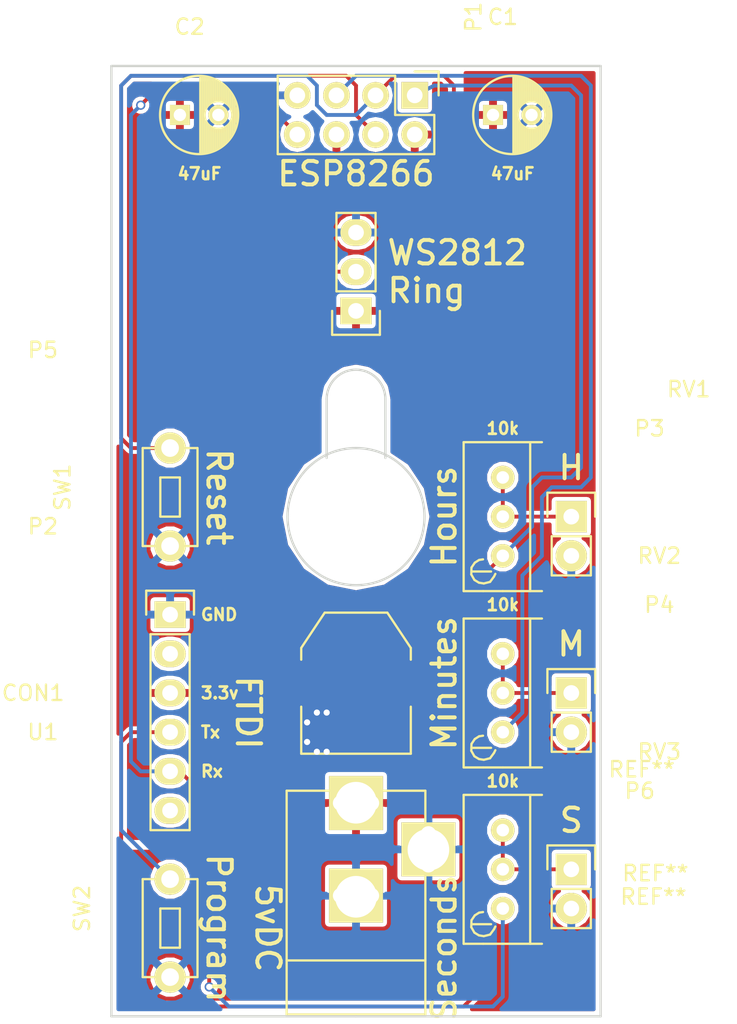
<source format=kicad_pcb>
(kicad_pcb (version 4) (host pcbnew 4.0.4+e1-6308~48~ubuntu16.04.1-stable)

  (general
    (links 36)
    (no_connects 0)
    (area 129.221191 48.988809 177.205715 115.207143)
    (thickness 1.6)
    (drawings 31)
    (tracks 96)
    (zones 0)
    (modules 18)
    (nets 14)
  )

  (page A4)
  (layers
    (0 F.Cu signal)
    (31 B.Cu signal hide)
    (32 B.Adhes user)
    (33 F.Adhes user)
    (34 B.Paste user)
    (35 F.Paste user)
    (36 B.SilkS user)
    (37 F.SilkS user)
    (38 B.Mask user)
    (39 F.Mask user)
    (40 Dwgs.User user)
    (41 Cmts.User user)
    (42 Eco1.User user)
    (43 Eco2.User user)
    (44 Edge.Cuts user)
    (45 Margin user)
    (46 B.CrtYd user)
    (47 F.CrtYd user)
    (48 B.Fab user)
    (49 F.Fab user)
  )

  (setup
    (last_trace_width 0.25)
    (trace_clearance 0.2)
    (zone_clearance 0.254)
    (zone_45_only no)
    (trace_min 0.2)
    (segment_width 0.2)
    (edge_width 0.15)
    (via_size 0.6)
    (via_drill 0.4)
    (via_min_size 0.4)
    (via_min_drill 0.3)
    (uvia_size 0.3)
    (uvia_drill 0.1)
    (uvias_allowed no)
    (uvia_min_size 0.2)
    (uvia_min_drill 0.1)
    (pcb_text_width 0.3)
    (pcb_text_size 1.5 1.5)
    (mod_edge_width 0.15)
    (mod_text_size 1 1)
    (mod_text_width 0.15)
    (pad_size 2.794 2.794)
    (pad_drill 2.7)
    (pad_to_mask_clearance 0.2)
    (aux_axis_origin 0 0)
    (visible_elements FFFFFF3F)
    (pcbplotparams
      (layerselection 0x00030_80000001)
      (usegerberextensions false)
      (excludeedgelayer true)
      (linewidth 0.100000)
      (plotframeref false)
      (viasonmask false)
      (mode 1)
      (useauxorigin false)
      (hpglpennumber 1)
      (hpglpenspeed 20)
      (hpglpendiameter 15)
      (hpglpenoverlay 2)
      (psnegative false)
      (psa4output false)
      (plotreference true)
      (plotvalue true)
      (plotinvisibletext false)
      (padsonsilk false)
      (subtractmaskfromsilk false)
      (outputformat 1)
      (mirror false)
      (drillshape 1)
      (scaleselection 1)
      (outputdirectory ""))
  )

  (net 0 "")
  (net 1 +5V)
  (net 2 GND)
  (net 3 +3V3)
  (net 4 Rx)
  (net 5 D0)
  (net 6 RESET)
  (net 7 D2)
  (net 8 Tx)
  (net 9 "Net-(P2-Pad2)")
  (net 10 "Net-(P2-Pad6)")
  (net 11 "Net-(P3-Pad1)")
  (net 12 "Net-(P4-Pad1)")
  (net 13 "Net-(P6-Pad1)")

  (net_class Default "This is the default net class."
    (clearance 0.2)
    (trace_width 0.25)
    (via_dia 0.6)
    (via_drill 0.4)
    (uvia_dia 0.3)
    (uvia_drill 0.1)
    (add_net +3V3)
    (add_net +5V)
    (add_net D0)
    (add_net D2)
    (add_net GND)
    (add_net "Net-(P2-Pad2)")
    (add_net "Net-(P2-Pad6)")
    (add_net "Net-(P3-Pad1)")
    (add_net "Net-(P4-Pad1)")
    (add_net "Net-(P6-Pad1)")
    (add_net RESET)
    (add_net Rx)
    (add_net Tx)
  )

  (module Capacitors_ThroughHole:C_Radial_D5_L11_P2.5 (layer F.Cu) (tedit 57DEF597) (tstamp 57DEE43D)
    (at 161.29 56.515)
    (descr "Radial Electrolytic Capacitor Diameter 5mm x Length 11mm, Pitch 2.5mm")
    (tags "Electrolytic Capacitor")
    (path /57DEE507)
    (fp_text reference C1 (at 0.635 -6.35) (layer F.SilkS)
      (effects (font (size 1 1) (thickness 0.15)))
    )
    (fp_text value 47uF (at 4.445 -5.08) (layer F.Fab)
      (effects (font (size 1 1) (thickness 0.15)))
    )
    (fp_line (start 1.325 -2.499) (end 1.325 2.499) (layer F.SilkS) (width 0.15))
    (fp_line (start 1.465 -2.491) (end 1.465 2.491) (layer F.SilkS) (width 0.15))
    (fp_line (start 1.605 -2.475) (end 1.605 -0.095) (layer F.SilkS) (width 0.15))
    (fp_line (start 1.605 0.095) (end 1.605 2.475) (layer F.SilkS) (width 0.15))
    (fp_line (start 1.745 -2.451) (end 1.745 -0.49) (layer F.SilkS) (width 0.15))
    (fp_line (start 1.745 0.49) (end 1.745 2.451) (layer F.SilkS) (width 0.15))
    (fp_line (start 1.885 -2.418) (end 1.885 -0.657) (layer F.SilkS) (width 0.15))
    (fp_line (start 1.885 0.657) (end 1.885 2.418) (layer F.SilkS) (width 0.15))
    (fp_line (start 2.025 -2.377) (end 2.025 -0.764) (layer F.SilkS) (width 0.15))
    (fp_line (start 2.025 0.764) (end 2.025 2.377) (layer F.SilkS) (width 0.15))
    (fp_line (start 2.165 -2.327) (end 2.165 -0.835) (layer F.SilkS) (width 0.15))
    (fp_line (start 2.165 0.835) (end 2.165 2.327) (layer F.SilkS) (width 0.15))
    (fp_line (start 2.305 -2.266) (end 2.305 -0.879) (layer F.SilkS) (width 0.15))
    (fp_line (start 2.305 0.879) (end 2.305 2.266) (layer F.SilkS) (width 0.15))
    (fp_line (start 2.445 -2.196) (end 2.445 -0.898) (layer F.SilkS) (width 0.15))
    (fp_line (start 2.445 0.898) (end 2.445 2.196) (layer F.SilkS) (width 0.15))
    (fp_line (start 2.585 -2.114) (end 2.585 -0.896) (layer F.SilkS) (width 0.15))
    (fp_line (start 2.585 0.896) (end 2.585 2.114) (layer F.SilkS) (width 0.15))
    (fp_line (start 2.725 -2.019) (end 2.725 -0.871) (layer F.SilkS) (width 0.15))
    (fp_line (start 2.725 0.871) (end 2.725 2.019) (layer F.SilkS) (width 0.15))
    (fp_line (start 2.865 -1.908) (end 2.865 -0.823) (layer F.SilkS) (width 0.15))
    (fp_line (start 2.865 0.823) (end 2.865 1.908) (layer F.SilkS) (width 0.15))
    (fp_line (start 3.005 -1.78) (end 3.005 -0.745) (layer F.SilkS) (width 0.15))
    (fp_line (start 3.005 0.745) (end 3.005 1.78) (layer F.SilkS) (width 0.15))
    (fp_line (start 3.145 -1.631) (end 3.145 -0.628) (layer F.SilkS) (width 0.15))
    (fp_line (start 3.145 0.628) (end 3.145 1.631) (layer F.SilkS) (width 0.15))
    (fp_line (start 3.285 -1.452) (end 3.285 -0.44) (layer F.SilkS) (width 0.15))
    (fp_line (start 3.285 0.44) (end 3.285 1.452) (layer F.SilkS) (width 0.15))
    (fp_line (start 3.425 -1.233) (end 3.425 1.233) (layer F.SilkS) (width 0.15))
    (fp_line (start 3.565 -0.944) (end 3.565 0.944) (layer F.SilkS) (width 0.15))
    (fp_line (start 3.705 -0.472) (end 3.705 0.472) (layer F.SilkS) (width 0.15))
    (fp_circle (center 2.5 0) (end 2.5 -0.9) (layer F.SilkS) (width 0.15))
    (fp_circle (center 1.25 0) (end 1.25 -2.5375) (layer F.SilkS) (width 0.15))
    (fp_circle (center 1.25 0) (end 1.25 -2.8) (layer F.CrtYd) (width 0.05))
    (pad 1 thru_hole rect (at 0 0) (size 1.3 1.3) (drill 0.8) (layers *.Cu *.Mask F.SilkS)
      (net 1 +5V))
    (pad 2 thru_hole circle (at 2.5 0) (size 1.3 1.3) (drill 0.8) (layers *.Cu *.Mask F.SilkS)
      (net 2 GND))
    (model Capacitors_ThroughHole.3dshapes/C_Radial_D5_L11_P2.5.wrl
      (at (xyz 0.049213 0 0))
      (scale (xyz 1 1 1))
      (rotate (xyz 0 0 90))
    )
  )

  (module Capacitors_ThroughHole:C_Radial_D5_L11_P2.5 (layer F.Cu) (tedit 57DEF591) (tstamp 57DEE443)
    (at 140.97 56.515)
    (descr "Radial Electrolytic Capacitor Diameter 5mm x Length 11mm, Pitch 2.5mm")
    (tags "Electrolytic Capacitor")
    (path /57DEE5FE)
    (fp_text reference C2 (at 0.635 -5.715) (layer F.SilkS)
      (effects (font (size 1 1) (thickness 0.15)))
    )
    (fp_text value 47uF (at -1.905 -6.35) (layer F.Fab)
      (effects (font (size 1 1) (thickness 0.15)))
    )
    (fp_line (start 1.325 -2.499) (end 1.325 2.499) (layer F.SilkS) (width 0.15))
    (fp_line (start 1.465 -2.491) (end 1.465 2.491) (layer F.SilkS) (width 0.15))
    (fp_line (start 1.605 -2.475) (end 1.605 -0.095) (layer F.SilkS) (width 0.15))
    (fp_line (start 1.605 0.095) (end 1.605 2.475) (layer F.SilkS) (width 0.15))
    (fp_line (start 1.745 -2.451) (end 1.745 -0.49) (layer F.SilkS) (width 0.15))
    (fp_line (start 1.745 0.49) (end 1.745 2.451) (layer F.SilkS) (width 0.15))
    (fp_line (start 1.885 -2.418) (end 1.885 -0.657) (layer F.SilkS) (width 0.15))
    (fp_line (start 1.885 0.657) (end 1.885 2.418) (layer F.SilkS) (width 0.15))
    (fp_line (start 2.025 -2.377) (end 2.025 -0.764) (layer F.SilkS) (width 0.15))
    (fp_line (start 2.025 0.764) (end 2.025 2.377) (layer F.SilkS) (width 0.15))
    (fp_line (start 2.165 -2.327) (end 2.165 -0.835) (layer F.SilkS) (width 0.15))
    (fp_line (start 2.165 0.835) (end 2.165 2.327) (layer F.SilkS) (width 0.15))
    (fp_line (start 2.305 -2.266) (end 2.305 -0.879) (layer F.SilkS) (width 0.15))
    (fp_line (start 2.305 0.879) (end 2.305 2.266) (layer F.SilkS) (width 0.15))
    (fp_line (start 2.445 -2.196) (end 2.445 -0.898) (layer F.SilkS) (width 0.15))
    (fp_line (start 2.445 0.898) (end 2.445 2.196) (layer F.SilkS) (width 0.15))
    (fp_line (start 2.585 -2.114) (end 2.585 -0.896) (layer F.SilkS) (width 0.15))
    (fp_line (start 2.585 0.896) (end 2.585 2.114) (layer F.SilkS) (width 0.15))
    (fp_line (start 2.725 -2.019) (end 2.725 -0.871) (layer F.SilkS) (width 0.15))
    (fp_line (start 2.725 0.871) (end 2.725 2.019) (layer F.SilkS) (width 0.15))
    (fp_line (start 2.865 -1.908) (end 2.865 -0.823) (layer F.SilkS) (width 0.15))
    (fp_line (start 2.865 0.823) (end 2.865 1.908) (layer F.SilkS) (width 0.15))
    (fp_line (start 3.005 -1.78) (end 3.005 -0.745) (layer F.SilkS) (width 0.15))
    (fp_line (start 3.005 0.745) (end 3.005 1.78) (layer F.SilkS) (width 0.15))
    (fp_line (start 3.145 -1.631) (end 3.145 -0.628) (layer F.SilkS) (width 0.15))
    (fp_line (start 3.145 0.628) (end 3.145 1.631) (layer F.SilkS) (width 0.15))
    (fp_line (start 3.285 -1.452) (end 3.285 -0.44) (layer F.SilkS) (width 0.15))
    (fp_line (start 3.285 0.44) (end 3.285 1.452) (layer F.SilkS) (width 0.15))
    (fp_line (start 3.425 -1.233) (end 3.425 1.233) (layer F.SilkS) (width 0.15))
    (fp_line (start 3.565 -0.944) (end 3.565 0.944) (layer F.SilkS) (width 0.15))
    (fp_line (start 3.705 -0.472) (end 3.705 0.472) (layer F.SilkS) (width 0.15))
    (fp_circle (center 2.5 0) (end 2.5 -0.9) (layer F.SilkS) (width 0.15))
    (fp_circle (center 1.25 0) (end 1.25 -2.5375) (layer F.SilkS) (width 0.15))
    (fp_circle (center 1.25 0) (end 1.25 -2.8) (layer F.CrtYd) (width 0.05))
    (pad 1 thru_hole rect (at 0 0) (size 1.3 1.3) (drill 0.8) (layers *.Cu *.Mask F.SilkS)
      (net 3 +3V3))
    (pad 2 thru_hole circle (at 2.5 0) (size 1.3 1.3) (drill 0.8) (layers *.Cu *.Mask F.SilkS)
      (net 2 GND))
    (model Capacitors_ThroughHole.3dshapes/C_Radial_D5_L11_P2.5.wrl
      (at (xyz 0.049213 0 0))
      (scale (xyz 1 1 1))
      (rotate (xyz 0 0 90))
    )
  )

  (module Connect:BARREL_JACK (layer F.Cu) (tedit 57DEF5F0) (tstamp 57DEE44A)
    (at 152.4 107.315 90)
    (descr "DC Barrel Jack")
    (tags "Power Jack")
    (path /57DEE45A)
    (fp_text reference CON1 (at 13.335 -20.955 180) (layer F.SilkS)
      (effects (font (size 1 1) (thickness 0.15)))
    )
    (fp_text value Power (at 3.175 -17.145 90) (layer F.Fab)
      (effects (font (size 1 1) (thickness 0.15)))
    )
    (fp_line (start -4.0005 -4.50088) (end -4.0005 4.50088) (layer F.SilkS) (width 0.15))
    (fp_line (start -7.50062 -4.50088) (end -7.50062 4.50088) (layer F.SilkS) (width 0.15))
    (fp_line (start -7.50062 4.50088) (end 7.00024 4.50088) (layer F.SilkS) (width 0.15))
    (fp_line (start 7.00024 4.50088) (end 7.00024 -4.50088) (layer F.SilkS) (width 0.15))
    (fp_line (start 7.00024 -4.50088) (end -7.50062 -4.50088) (layer F.SilkS) (width 0.15))
    (pad 1 thru_hole rect (at 6.20014 0 90) (size 3.50012 3.50012) (drill oval 1.00076 2.99974) (layers *.Cu *.Mask F.SilkS)
      (net 1 +5V))
    (pad 2 thru_hole rect (at 0.20066 0 90) (size 3.50012 3.50012) (drill oval 1.00076 2.99974) (layers *.Cu *.Mask F.SilkS)
      (net 2 GND))
    (pad 3 thru_hole rect (at 3.2004 4.699 90) (size 3.50012 3.50012) (drill oval 2.99974 1.00076) (layers *.Cu *.Mask F.SilkS)
      (net 2 GND))
  )

  (module Pin_Headers:Pin_Header_Straight_2x04 (layer F.Cu) (tedit 57DEF8AC) (tstamp 57DEE456)
    (at 156.21 55.245 270)
    (descr "Through hole pin header")
    (tags "pin header")
    (path /57DEDE81)
    (fp_text reference P1 (at -5.08 -3.81 270) (layer F.SilkS)
      (effects (font (size 1 1) (thickness 0.15)))
    )
    (fp_text value ESP8266 (at -3.175 3.937 540) (layer F.Fab)
      (effects (font (size 1 1) (thickness 0.15)))
    )
    (fp_line (start -1.75 -1.75) (end -1.75 9.4) (layer F.CrtYd) (width 0.05))
    (fp_line (start 4.3 -1.75) (end 4.3 9.4) (layer F.CrtYd) (width 0.05))
    (fp_line (start -1.75 -1.75) (end 4.3 -1.75) (layer F.CrtYd) (width 0.05))
    (fp_line (start -1.75 9.4) (end 4.3 9.4) (layer F.CrtYd) (width 0.05))
    (fp_line (start -1.27 1.27) (end -1.27 8.89) (layer F.SilkS) (width 0.15))
    (fp_line (start -1.27 8.89) (end 3.81 8.89) (layer F.SilkS) (width 0.15))
    (fp_line (start 3.81 8.89) (end 3.81 -1.27) (layer F.SilkS) (width 0.15))
    (fp_line (start 3.81 -1.27) (end 1.27 -1.27) (layer F.SilkS) (width 0.15))
    (fp_line (start 0 -1.55) (end -1.55 -1.55) (layer F.SilkS) (width 0.15))
    (fp_line (start 1.27 -1.27) (end 1.27 1.27) (layer F.SilkS) (width 0.15))
    (fp_line (start 1.27 1.27) (end -1.27 1.27) (layer F.SilkS) (width 0.15))
    (fp_line (start -1.55 -1.55) (end -1.55 0) (layer F.SilkS) (width 0.15))
    (pad 1 thru_hole rect (at 0 0 270) (size 1.7272 1.7272) (drill 1.016) (layers *.Cu *.Mask F.SilkS)
      (net 4 Rx))
    (pad 2 thru_hole oval (at 2.54 0 270) (size 1.7272 1.7272) (drill 1.016) (layers *.Cu *.Mask F.SilkS)
      (net 3 +3V3))
    (pad 3 thru_hole oval (at 0 2.54 270) (size 1.7272 1.7272) (drill 1.016) (layers *.Cu *.Mask F.SilkS)
      (net 5 D0))
    (pad 4 thru_hole oval (at 2.54 2.54 270) (size 1.7272 1.7272) (drill 1.016) (layers *.Cu *.Mask F.SilkS)
      (net 6 RESET))
    (pad 5 thru_hole oval (at 0 5.08 270) (size 1.7272 1.7272) (drill 1.016) (layers *.Cu *.Mask F.SilkS)
      (net 7 D2))
    (pad 6 thru_hole oval (at 2.54 5.08 270) (size 1.7272 1.7272) (drill 1.016) (layers *.Cu *.Mask F.SilkS)
      (net 3 +3V3))
    (pad 7 thru_hole oval (at 0 7.62 270) (size 1.7272 1.7272) (drill 1.016) (layers *.Cu *.Mask F.SilkS)
      (net 2 GND))
    (pad 8 thru_hole oval (at 2.54 7.62 270) (size 1.7272 1.7272) (drill 1.016) (layers *.Cu *.Mask F.SilkS)
      (net 8 Tx))
    (model Pin_Headers.3dshapes/Pin_Header_Straight_2x04.wrl
      (at (xyz 0.05 -0.15 0))
      (scale (xyz 1 1 1))
      (rotate (xyz 0 0 90))
    )
  )

  (module Pin_Headers:Pin_Header_Straight_1x06 (layer F.Cu) (tedit 57DEF5B4) (tstamp 57DEE460)
    (at 140.335 88.9)
    (descr "Through hole pin header")
    (tags "pin header")
    (path /57DEDFA1)
    (fp_text reference P2 (at -8.255 -5.715) (layer F.SilkS)
      (effects (font (size 1 1) (thickness 0.15)))
    )
    (fp_text value FTDI (at -8.255 -2.54) (layer F.Fab)
      (effects (font (size 1 1) (thickness 0.15)))
    )
    (fp_line (start -1.75 -1.75) (end -1.75 14.45) (layer F.CrtYd) (width 0.05))
    (fp_line (start 1.75 -1.75) (end 1.75 14.45) (layer F.CrtYd) (width 0.05))
    (fp_line (start -1.75 -1.75) (end 1.75 -1.75) (layer F.CrtYd) (width 0.05))
    (fp_line (start -1.75 14.45) (end 1.75 14.45) (layer F.CrtYd) (width 0.05))
    (fp_line (start 1.27 1.27) (end 1.27 13.97) (layer F.SilkS) (width 0.15))
    (fp_line (start 1.27 13.97) (end -1.27 13.97) (layer F.SilkS) (width 0.15))
    (fp_line (start -1.27 13.97) (end -1.27 1.27) (layer F.SilkS) (width 0.15))
    (fp_line (start 1.55 -1.55) (end 1.55 0) (layer F.SilkS) (width 0.15))
    (fp_line (start 1.27 1.27) (end -1.27 1.27) (layer F.SilkS) (width 0.15))
    (fp_line (start -1.55 0) (end -1.55 -1.55) (layer F.SilkS) (width 0.15))
    (fp_line (start -1.55 -1.55) (end 1.55 -1.55) (layer F.SilkS) (width 0.15))
    (pad 1 thru_hole rect (at 0 0) (size 2.032 1.7272) (drill 1.016) (layers *.Cu *.Mask F.SilkS)
      (net 2 GND))
    (pad 2 thru_hole oval (at 0 2.54) (size 2.032 1.7272) (drill 1.016) (layers *.Cu *.Mask F.SilkS)
      (net 9 "Net-(P2-Pad2)"))
    (pad 3 thru_hole oval (at 0 5.08) (size 2.032 1.7272) (drill 1.016) (layers *.Cu *.Mask F.SilkS)
      (net 3 +3V3))
    (pad 4 thru_hole oval (at 0 7.62) (size 2.032 1.7272) (drill 1.016) (layers *.Cu *.Mask F.SilkS)
      (net 4 Rx))
    (pad 5 thru_hole oval (at 0 10.16) (size 2.032 1.7272) (drill 1.016) (layers *.Cu *.Mask F.SilkS)
      (net 8 Tx))
    (pad 6 thru_hole oval (at 0 12.7) (size 2.032 1.7272) (drill 1.016) (layers *.Cu *.Mask F.SilkS)
      (net 10 "Net-(P2-Pad6)"))
    (model Pin_Headers.3dshapes/Pin_Header_Straight_1x06.wrl
      (at (xyz 0 -0.25 0))
      (scale (xyz 1 1 1))
      (rotate (xyz 0 0 90))
    )
  )

  (module Pin_Headers:Pin_Header_Straight_1x02 (layer F.Cu) (tedit 57DEF5D0) (tstamp 57DEE466)
    (at 166.37 82.55)
    (descr "Through hole pin header")
    (tags "pin header")
    (path /57DEEBCE)
    (fp_text reference P3 (at 5.08 -5.715) (layer F.SilkS)
      (effects (font (size 1 1) (thickness 0.15)))
    )
    (fp_text value Hours (at 5.715 -1.905) (layer F.Fab)
      (effects (font (size 1 1) (thickness 0.15)))
    )
    (fp_line (start 1.27 1.27) (end 1.27 3.81) (layer F.SilkS) (width 0.15))
    (fp_line (start 1.55 -1.55) (end 1.55 0) (layer F.SilkS) (width 0.15))
    (fp_line (start -1.75 -1.75) (end -1.75 4.3) (layer F.CrtYd) (width 0.05))
    (fp_line (start 1.75 -1.75) (end 1.75 4.3) (layer F.CrtYd) (width 0.05))
    (fp_line (start -1.75 -1.75) (end 1.75 -1.75) (layer F.CrtYd) (width 0.05))
    (fp_line (start -1.75 4.3) (end 1.75 4.3) (layer F.CrtYd) (width 0.05))
    (fp_line (start 1.27 1.27) (end -1.27 1.27) (layer F.SilkS) (width 0.15))
    (fp_line (start -1.55 0) (end -1.55 -1.55) (layer F.SilkS) (width 0.15))
    (fp_line (start -1.55 -1.55) (end 1.55 -1.55) (layer F.SilkS) (width 0.15))
    (fp_line (start -1.27 1.27) (end -1.27 3.81) (layer F.SilkS) (width 0.15))
    (fp_line (start -1.27 3.81) (end 1.27 3.81) (layer F.SilkS) (width 0.15))
    (pad 1 thru_hole rect (at 0 0) (size 2.032 2.032) (drill 1.016) (layers *.Cu *.Mask F.SilkS)
      (net 11 "Net-(P3-Pad1)"))
    (pad 2 thru_hole oval (at 0 2.54) (size 2.032 2.032) (drill 1.016) (layers *.Cu *.Mask F.SilkS)
      (net 2 GND))
    (model Pin_Headers.3dshapes/Pin_Header_Straight_1x02.wrl
      (at (xyz 0 -0.05 0))
      (scale (xyz 1 1 1))
      (rotate (xyz 0 0 90))
    )
  )

  (module Pin_Headers:Pin_Header_Straight_1x02 (layer F.Cu) (tedit 57DEF5D2) (tstamp 57DEE46C)
    (at 166.37 93.98)
    (descr "Through hole pin header")
    (tags "pin header")
    (path /57DEEDD2)
    (fp_text reference P4 (at 5.715 -5.715) (layer F.SilkS)
      (effects (font (size 1 1) (thickness 0.15)))
    )
    (fp_text value Minutes (at 5.715 -2.54) (layer F.Fab)
      (effects (font (size 1 1) (thickness 0.15)))
    )
    (fp_line (start 1.27 1.27) (end 1.27 3.81) (layer F.SilkS) (width 0.15))
    (fp_line (start 1.55 -1.55) (end 1.55 0) (layer F.SilkS) (width 0.15))
    (fp_line (start -1.75 -1.75) (end -1.75 4.3) (layer F.CrtYd) (width 0.05))
    (fp_line (start 1.75 -1.75) (end 1.75 4.3) (layer F.CrtYd) (width 0.05))
    (fp_line (start -1.75 -1.75) (end 1.75 -1.75) (layer F.CrtYd) (width 0.05))
    (fp_line (start -1.75 4.3) (end 1.75 4.3) (layer F.CrtYd) (width 0.05))
    (fp_line (start 1.27 1.27) (end -1.27 1.27) (layer F.SilkS) (width 0.15))
    (fp_line (start -1.55 0) (end -1.55 -1.55) (layer F.SilkS) (width 0.15))
    (fp_line (start -1.55 -1.55) (end 1.55 -1.55) (layer F.SilkS) (width 0.15))
    (fp_line (start -1.27 1.27) (end -1.27 3.81) (layer F.SilkS) (width 0.15))
    (fp_line (start -1.27 3.81) (end 1.27 3.81) (layer F.SilkS) (width 0.15))
    (pad 1 thru_hole rect (at 0 0) (size 2.032 2.032) (drill 1.016) (layers *.Cu *.Mask F.SilkS)
      (net 12 "Net-(P4-Pad1)"))
    (pad 2 thru_hole oval (at 0 2.54) (size 2.032 2.032) (drill 1.016) (layers *.Cu *.Mask F.SilkS)
      (net 2 GND))
    (model Pin_Headers.3dshapes/Pin_Header_Straight_1x02.wrl
      (at (xyz 0 -0.05 0))
      (scale (xyz 1 1 1))
      (rotate (xyz 0 0 90))
    )
  )

  (module Pin_Headers:Pin_Header_Straight_1x03 (layer F.Cu) (tedit 57DEF8B1) (tstamp 57DEE473)
    (at 152.4 69.215 180)
    (descr "Through hole pin header")
    (tags "pin header")
    (path /57DEEFFC)
    (fp_text reference P5 (at 20.32 -2.54 180) (layer F.SilkS)
      (effects (font (size 1 1) (thickness 0.15)))
    )
    (fp_text value "WS2812 Ring" (at 17.399 3.937 270) (layer F.Fab)
      (effects (font (size 1 1) (thickness 0.15)))
    )
    (fp_line (start -1.75 -1.75) (end -1.75 6.85) (layer F.CrtYd) (width 0.05))
    (fp_line (start 1.75 -1.75) (end 1.75 6.85) (layer F.CrtYd) (width 0.05))
    (fp_line (start -1.75 -1.75) (end 1.75 -1.75) (layer F.CrtYd) (width 0.05))
    (fp_line (start -1.75 6.85) (end 1.75 6.85) (layer F.CrtYd) (width 0.05))
    (fp_line (start -1.27 1.27) (end -1.27 6.35) (layer F.SilkS) (width 0.15))
    (fp_line (start -1.27 6.35) (end 1.27 6.35) (layer F.SilkS) (width 0.15))
    (fp_line (start 1.27 6.35) (end 1.27 1.27) (layer F.SilkS) (width 0.15))
    (fp_line (start 1.55 -1.55) (end 1.55 0) (layer F.SilkS) (width 0.15))
    (fp_line (start 1.27 1.27) (end -1.27 1.27) (layer F.SilkS) (width 0.15))
    (fp_line (start -1.55 0) (end -1.55 -1.55) (layer F.SilkS) (width 0.15))
    (fp_line (start -1.55 -1.55) (end 1.55 -1.55) (layer F.SilkS) (width 0.15))
    (pad 1 thru_hole rect (at 0 0 180) (size 2.032 1.7272) (drill 1.016) (layers *.Cu *.Mask F.SilkS)
      (net 1 +5V))
    (pad 2 thru_hole oval (at 0 2.54 180) (size 2.032 1.7272) (drill 1.016) (layers *.Cu *.Mask F.SilkS)
      (net 5 D0))
    (pad 3 thru_hole oval (at 0 5.08 180) (size 2.032 1.7272) (drill 1.016) (layers *.Cu *.Mask F.SilkS)
      (net 2 GND))
    (model Pin_Headers.3dshapes/Pin_Header_Straight_1x03.wrl
      (at (xyz 0 -0.1 0))
      (scale (xyz 1 1 1))
      (rotate (xyz 0 0 90))
    )
  )

  (module Pin_Headers:Pin_Header_Straight_1x02 (layer F.Cu) (tedit 57DEF5E0) (tstamp 57DEE479)
    (at 166.37 105.41)
    (descr "Through hole pin header")
    (tags "pin header")
    (path /57DEEF7F)
    (fp_text reference P6 (at 4.445 -5.08) (layer F.SilkS)
      (effects (font (size 1 1) (thickness 0.15)))
    )
    (fp_text value Seconds (at 6.985 -1.905) (layer F.Fab)
      (effects (font (size 1 1) (thickness 0.15)))
    )
    (fp_line (start 1.27 1.27) (end 1.27 3.81) (layer F.SilkS) (width 0.15))
    (fp_line (start 1.55 -1.55) (end 1.55 0) (layer F.SilkS) (width 0.15))
    (fp_line (start -1.75 -1.75) (end -1.75 4.3) (layer F.CrtYd) (width 0.05))
    (fp_line (start 1.75 -1.75) (end 1.75 4.3) (layer F.CrtYd) (width 0.05))
    (fp_line (start -1.75 -1.75) (end 1.75 -1.75) (layer F.CrtYd) (width 0.05))
    (fp_line (start -1.75 4.3) (end 1.75 4.3) (layer F.CrtYd) (width 0.05))
    (fp_line (start 1.27 1.27) (end -1.27 1.27) (layer F.SilkS) (width 0.15))
    (fp_line (start -1.55 0) (end -1.55 -1.55) (layer F.SilkS) (width 0.15))
    (fp_line (start -1.55 -1.55) (end 1.55 -1.55) (layer F.SilkS) (width 0.15))
    (fp_line (start -1.27 1.27) (end -1.27 3.81) (layer F.SilkS) (width 0.15))
    (fp_line (start -1.27 3.81) (end 1.27 3.81) (layer F.SilkS) (width 0.15))
    (pad 1 thru_hole rect (at 0 0) (size 2.032 2.032) (drill 1.016) (layers *.Cu *.Mask F.SilkS)
      (net 13 "Net-(P6-Pad1)"))
    (pad 2 thru_hole oval (at 0 2.54) (size 2.032 2.032) (drill 1.016) (layers *.Cu *.Mask F.SilkS)
      (net 2 GND))
    (model Pin_Headers.3dshapes/Pin_Header_Straight_1x02.wrl
      (at (xyz 0 -0.05 0))
      (scale (xyz 1 1 1))
      (rotate (xyz 0 0 90))
    )
  )

  (module Potentiometers:Potentiometer_Bourns_3296W_3-8Zoll_Inline_ScrewUp (layer F.Cu) (tedit 57DEF5D7) (tstamp 57DEE480)
    (at 161.925 85.09)
    (descr "3296, 3/8, Square, Trimpot, Trimming, Potentiometer, Bourns")
    (tags "3296, 3/8, Square, Trimpot, Trimming, Potentiometer, Bourns")
    (path /57DEEB2B)
    (fp_text reference RV1 (at 12.065 -10.795) (layer F.SilkS)
      (effects (font (size 1 1) (thickness 0.15)))
    )
    (fp_text value 10k (at 10.16 5.08) (layer F.Fab)
      (effects (font (size 1 1) (thickness 0.15)))
    )
    (fp_line (start -2.032 1.016) (end -0.762 1.016) (layer F.SilkS) (width 0.15))
    (fp_line (start -1.2827 0.2286) (end -1.5367 0.2667) (layer F.SilkS) (width 0.15))
    (fp_line (start -1.5367 0.2667) (end -1.8161 0.4445) (layer F.SilkS) (width 0.15))
    (fp_line (start -1.8161 0.4445) (end -2.032 0.762) (layer F.SilkS) (width 0.15))
    (fp_line (start -2.032 0.762) (end -2.0447 1.2065) (layer F.SilkS) (width 0.15))
    (fp_line (start -2.0447 1.2065) (end -1.8415 1.5621) (layer F.SilkS) (width 0.15))
    (fp_line (start -1.8415 1.5621) (end -1.5494 1.7399) (layer F.SilkS) (width 0.15))
    (fp_line (start -1.5494 1.7399) (end -1.2319 1.7907) (layer F.SilkS) (width 0.15))
    (fp_line (start -1.2319 1.7907) (end -0.8255 1.6891) (layer F.SilkS) (width 0.15))
    (fp_line (start -0.8255 1.6891) (end -0.5715 1.3462) (layer F.SilkS) (width 0.15))
    (fp_line (start -0.5715 1.3462) (end -0.4826 1.1684) (layer F.SilkS) (width 0.15))
    (fp_line (start 1.778 -7.366) (end 1.778 2.286) (layer F.SilkS) (width 0.15))
    (fp_line (start -1.27 2.286) (end -2.54 2.286) (layer F.SilkS) (width 0.15))
    (fp_line (start -2.54 2.286) (end -2.54 -7.366) (layer F.SilkS) (width 0.15))
    (fp_line (start -2.54 -7.366) (end 2.54 -7.366) (layer F.SilkS) (width 0.15))
    (fp_line (start 2.54 2.286) (end 0 2.286) (layer F.SilkS) (width 0.15))
    (fp_line (start 0 2.286) (end -1.27 2.286) (layer F.SilkS) (width 0.15))
    (pad 2 thru_hole circle (at 0 -2.54) (size 1.524 1.524) (drill 0.8128) (layers *.Cu *.Mask F.SilkS)
      (net 11 "Net-(P3-Pad1)"))
    (pad 3 thru_hole circle (at 0 -5.08) (size 1.524 1.524) (drill 0.8128) (layers *.Cu *.Mask F.SilkS)
      (net 11 "Net-(P3-Pad1)"))
    (pad 1 thru_hole circle (at 0 0) (size 1.524 1.524) (drill 0.8128) (layers *.Cu *.Mask F.SilkS)
      (net 4 Rx))
    (model Potentiometers.3dshapes/Potentiometer_Bourns_3296W_3-8Zoll_Inline_ScrewUp.wrl
      (at (xyz 0 0 0))
      (scale (xyz 1 1 1))
      (rotate (xyz 0 0 0))
    )
  )

  (module Potentiometers:Potentiometer_Bourns_3296W_3-8Zoll_Inline_ScrewUp (layer F.Cu) (tedit 57DEF5DD) (tstamp 57DEE487)
    (at 161.925 96.52)
    (descr "3296, 3/8, Square, Trimpot, Trimming, Potentiometer, Bourns")
    (tags "3296, 3/8, Square, Trimpot, Trimming, Potentiometer, Bourns")
    (path /57DEEDCC)
    (fp_text reference RV2 (at 10.16 -11.43) (layer F.SilkS)
      (effects (font (size 1 1) (thickness 0.15)))
    )
    (fp_text value 10k (at 9.525 5.715) (layer F.Fab)
      (effects (font (size 1 1) (thickness 0.15)))
    )
    (fp_line (start -2.032 1.016) (end -0.762 1.016) (layer F.SilkS) (width 0.15))
    (fp_line (start -1.2827 0.2286) (end -1.5367 0.2667) (layer F.SilkS) (width 0.15))
    (fp_line (start -1.5367 0.2667) (end -1.8161 0.4445) (layer F.SilkS) (width 0.15))
    (fp_line (start -1.8161 0.4445) (end -2.032 0.762) (layer F.SilkS) (width 0.15))
    (fp_line (start -2.032 0.762) (end -2.0447 1.2065) (layer F.SilkS) (width 0.15))
    (fp_line (start -2.0447 1.2065) (end -1.8415 1.5621) (layer F.SilkS) (width 0.15))
    (fp_line (start -1.8415 1.5621) (end -1.5494 1.7399) (layer F.SilkS) (width 0.15))
    (fp_line (start -1.5494 1.7399) (end -1.2319 1.7907) (layer F.SilkS) (width 0.15))
    (fp_line (start -1.2319 1.7907) (end -0.8255 1.6891) (layer F.SilkS) (width 0.15))
    (fp_line (start -0.8255 1.6891) (end -0.5715 1.3462) (layer F.SilkS) (width 0.15))
    (fp_line (start -0.5715 1.3462) (end -0.4826 1.1684) (layer F.SilkS) (width 0.15))
    (fp_line (start 1.778 -7.366) (end 1.778 2.286) (layer F.SilkS) (width 0.15))
    (fp_line (start -1.27 2.286) (end -2.54 2.286) (layer F.SilkS) (width 0.15))
    (fp_line (start -2.54 2.286) (end -2.54 -7.366) (layer F.SilkS) (width 0.15))
    (fp_line (start -2.54 -7.366) (end 2.54 -7.366) (layer F.SilkS) (width 0.15))
    (fp_line (start 2.54 2.286) (end 0 2.286) (layer F.SilkS) (width 0.15))
    (fp_line (start 0 2.286) (end -1.27 2.286) (layer F.SilkS) (width 0.15))
    (pad 2 thru_hole circle (at 0 -2.54) (size 1.524 1.524) (drill 0.8128) (layers *.Cu *.Mask F.SilkS)
      (net 12 "Net-(P4-Pad1)"))
    (pad 3 thru_hole circle (at 0 -5.08) (size 1.524 1.524) (drill 0.8128) (layers *.Cu *.Mask F.SilkS)
      (net 12 "Net-(P4-Pad1)"))
    (pad 1 thru_hole circle (at 0 0) (size 1.524 1.524) (drill 0.8128) (layers *.Cu *.Mask F.SilkS)
      (net 7 D2))
    (model Potentiometers.3dshapes/Potentiometer_Bourns_3296W_3-8Zoll_Inline_ScrewUp.wrl
      (at (xyz 0 0 0))
      (scale (xyz 1 1 1))
      (rotate (xyz 0 0 0))
    )
  )

  (module Potentiometers:Potentiometer_Bourns_3296W_3-8Zoll_Inline_ScrewUp (layer F.Cu) (tedit 57DEF5E8) (tstamp 57DEE48E)
    (at 161.925 107.95)
    (descr "3296, 3/8, Square, Trimpot, Trimming, Potentiometer, Bourns")
    (tags "3296, 3/8, Square, Trimpot, Trimming, Potentiometer, Bourns")
    (path /57DEEF79)
    (fp_text reference RV3 (at 10.16 -10.16) (layer F.SilkS)
      (effects (font (size 1 1) (thickness 0.15)))
    )
    (fp_text value 10k (at 10.16 4.445) (layer F.Fab)
      (effects (font (size 1 1) (thickness 0.15)))
    )
    (fp_line (start -2.032 1.016) (end -0.762 1.016) (layer F.SilkS) (width 0.15))
    (fp_line (start -1.2827 0.2286) (end -1.5367 0.2667) (layer F.SilkS) (width 0.15))
    (fp_line (start -1.5367 0.2667) (end -1.8161 0.4445) (layer F.SilkS) (width 0.15))
    (fp_line (start -1.8161 0.4445) (end -2.032 0.762) (layer F.SilkS) (width 0.15))
    (fp_line (start -2.032 0.762) (end -2.0447 1.2065) (layer F.SilkS) (width 0.15))
    (fp_line (start -2.0447 1.2065) (end -1.8415 1.5621) (layer F.SilkS) (width 0.15))
    (fp_line (start -1.8415 1.5621) (end -1.5494 1.7399) (layer F.SilkS) (width 0.15))
    (fp_line (start -1.5494 1.7399) (end -1.2319 1.7907) (layer F.SilkS) (width 0.15))
    (fp_line (start -1.2319 1.7907) (end -0.8255 1.6891) (layer F.SilkS) (width 0.15))
    (fp_line (start -0.8255 1.6891) (end -0.5715 1.3462) (layer F.SilkS) (width 0.15))
    (fp_line (start -0.5715 1.3462) (end -0.4826 1.1684) (layer F.SilkS) (width 0.15))
    (fp_line (start 1.778 -7.366) (end 1.778 2.286) (layer F.SilkS) (width 0.15))
    (fp_line (start -1.27 2.286) (end -2.54 2.286) (layer F.SilkS) (width 0.15))
    (fp_line (start -2.54 2.286) (end -2.54 -7.366) (layer F.SilkS) (width 0.15))
    (fp_line (start -2.54 -7.366) (end 2.54 -7.366) (layer F.SilkS) (width 0.15))
    (fp_line (start 2.54 2.286) (end 0 2.286) (layer F.SilkS) (width 0.15))
    (fp_line (start 0 2.286) (end -1.27 2.286) (layer F.SilkS) (width 0.15))
    (pad 2 thru_hole circle (at 0 -2.54) (size 1.524 1.524) (drill 0.8128) (layers *.Cu *.Mask F.SilkS)
      (net 13 "Net-(P6-Pad1)"))
    (pad 3 thru_hole circle (at 0 -5.08) (size 1.524 1.524) (drill 0.8128) (layers *.Cu *.Mask F.SilkS)
      (net 13 "Net-(P6-Pad1)"))
    (pad 1 thru_hole circle (at 0 0) (size 1.524 1.524) (drill 0.8128) (layers *.Cu *.Mask F.SilkS)
      (net 8 Tx))
    (model Potentiometers.3dshapes/Potentiometer_Bourns_3296W_3-8Zoll_Inline_ScrewUp.wrl
      (at (xyz 0 0 0))
      (scale (xyz 1 1 1))
      (rotate (xyz 0 0 0))
    )
  )

  (module Libraries:Button-SPST-Throughhole (layer F.Cu) (tedit 57DEF5B1) (tstamp 57DEE494)
    (at 140.335 84.455 90)
    (path /57DEE038)
    (fp_text reference SW1 (at 3.81 -6.985 90) (layer F.SilkS)
      (effects (font (size 1 1) (thickness 0.15)))
    )
    (fp_text value Reset (at 4.445 -8.89 90) (layer F.Fab)
      (effects (font (size 1 1) (thickness 0.15)))
    )
    (fp_line (start 1.905 -0.635) (end 1.905 0.635) (layer F.SilkS) (width 0.15))
    (fp_line (start 1.905 0.635) (end 4.445 0.635) (layer F.SilkS) (width 0.15))
    (fp_line (start 4.445 0.635) (end 4.445 -0.635) (layer F.SilkS) (width 0.15))
    (fp_line (start 4.445 -0.635) (end 1.905 -0.635) (layer F.SilkS) (width 0.15))
    (fp_line (start 0 -1.778) (end 0 1.778) (layer F.SilkS) (width 0.15))
    (fp_line (start 0 1.778) (end 6.35 1.778) (layer F.SilkS) (width 0.15))
    (fp_line (start 6.35 1.778) (end 6.35 -1.778) (layer F.SilkS) (width 0.15))
    (fp_line (start 6.35 -1.778) (end 0 -1.778) (layer F.SilkS) (width 0.15))
    (pad 1 thru_hole circle (at 0 0 90) (size 2.032 2.032) (drill 1.143) (layers *.Cu *.Mask F.SilkS)
      (net 2 GND))
    (pad 2 thru_hole circle (at 6.35 0 90) (size 2.032 2.032) (drill 1.143) (layers *.Cu *.Mask F.SilkS)
      (net 6 RESET))
  )

  (module Libraries:Button-SPST-Throughhole (layer F.Cu) (tedit 57DEF5F4) (tstamp 57DEE49A)
    (at 140.335 112.395 90)
    (path /57DEE1A5)
    (fp_text reference SW2 (at 4.445 -5.715 90) (layer F.SilkS)
      (effects (font (size 1 1) (thickness 0.15)))
    )
    (fp_text value Program (at 3.81 -5.08 90) (layer F.Fab)
      (effects (font (size 1 1) (thickness 0.15)))
    )
    (fp_line (start 1.905 -0.635) (end 1.905 0.635) (layer F.SilkS) (width 0.15))
    (fp_line (start 1.905 0.635) (end 4.445 0.635) (layer F.SilkS) (width 0.15))
    (fp_line (start 4.445 0.635) (end 4.445 -0.635) (layer F.SilkS) (width 0.15))
    (fp_line (start 4.445 -0.635) (end 1.905 -0.635) (layer F.SilkS) (width 0.15))
    (fp_line (start 0 -1.778) (end 0 1.778) (layer F.SilkS) (width 0.15))
    (fp_line (start 0 1.778) (end 6.35 1.778) (layer F.SilkS) (width 0.15))
    (fp_line (start 6.35 1.778) (end 6.35 -1.778) (layer F.SilkS) (width 0.15))
    (fp_line (start 6.35 -1.778) (end 0 -1.778) (layer F.SilkS) (width 0.15))
    (pad 1 thru_hole circle (at 0 0 90) (size 2.032 2.032) (drill 1.143) (layers *.Cu *.Mask F.SilkS)
      (net 2 GND))
    (pad 2 thru_hole circle (at 6.35 0 90) (size 2.032 2.032) (drill 1.143) (layers *.Cu *.Mask F.SilkS)
      (net 5 D0))
  )

  (module TO_SOT_Packages_SMD:SOT-223 (layer F.Cu) (tedit 57DEF5ED) (tstamp 57DEE4A2)
    (at 152.4 93.345)
    (descr "module CMS SOT223 4 pins")
    (tags "CMS SOT")
    (path /57DEE571)
    (attr smd)
    (fp_text reference U1 (at -20.32 3.175) (layer F.SilkS)
      (effects (font (size 1 1) (thickness 0.15)))
    )
    (fp_text value AP1117D33 (at 20.32 0.635) (layer F.Fab)
      (effects (font (size 1 1) (thickness 0.15)))
    )
    (fp_line (start -3.556 1.524) (end -3.556 4.572) (layer F.SilkS) (width 0.15))
    (fp_line (start -3.556 4.572) (end 3.556 4.572) (layer F.SilkS) (width 0.15))
    (fp_line (start 3.556 4.572) (end 3.556 1.524) (layer F.SilkS) (width 0.15))
    (fp_line (start -3.556 -1.524) (end -3.556 -2.286) (layer F.SilkS) (width 0.15))
    (fp_line (start -3.556 -2.286) (end -2.032 -4.572) (layer F.SilkS) (width 0.15))
    (fp_line (start -2.032 -4.572) (end 2.032 -4.572) (layer F.SilkS) (width 0.15))
    (fp_line (start 2.032 -4.572) (end 3.556 -2.286) (layer F.SilkS) (width 0.15))
    (fp_line (start 3.556 -2.286) (end 3.556 -1.524) (layer F.SilkS) (width 0.15))
    (pad 4 smd rect (at 0 -3.302) (size 3.6576 2.032) (layers F.Cu F.Paste F.Mask))
    (pad 2 smd rect (at 0 3.302) (size 1.016 2.032) (layers F.Cu F.Paste F.Mask)
      (net 3 +3V3))
    (pad 3 smd rect (at 2.286 3.302) (size 1.016 2.032) (layers F.Cu F.Paste F.Mask)
      (net 1 +5V))
    (pad 1 smd rect (at -2.286 3.302) (size 1.016 2.032) (layers F.Cu F.Paste F.Mask)
      (net 2 GND))
    (model TO_SOT_Packages_SMD.3dshapes/SOT-223.wrl
      (at (xyz 0 0 0))
      (scale (xyz 0.4 0.4 0.4))
      (rotate (xyz 0 0 0))
    )
  )

  (module Mounting_Holes:MountingHole_2.7mm_M2.5_ISO14580_Pad (layer F.Cu) (tedit 57DEF8C2) (tstamp 57DEF747)
    (at 152.4 101.092)
    (descr "Mounting Hole 2.7mm, M2.5, ISO14580")
    (tags "mounting hole 2.7mm m2.5 iso14580")
    (fp_text reference REF** (at 18.542 -2.159) (layer F.SilkS)
      (effects (font (size 1 1) (thickness 0.15)))
    )
    (fp_text value MountingHole_2.7mm_M2.5_ISO14580_Pad (at -18.034 -11.303 90) (layer F.Fab)
      (effects (font (size 1 1) (thickness 0.15)))
    )
    (fp_circle (center 0 0) (end 2.25 0) (layer Cmts.User) (width 0.15))
    (fp_circle (center 0 0) (end 2.5 0) (layer F.CrtYd) (width 0.05))
    (pad 1 thru_hole rect (at 0 0) (size 2.794 2.794) (drill 2.7) (layers *.Cu *.Mask F.SilkS)
      (net 1 +5V))
  )

  (module Mounting_Holes:MountingHole_2.7mm_M2.5_ISO14580_Pad (layer F.Cu) (tedit 57DEF8BD) (tstamp 57DEF770)
    (at 152.4 107.188)
    (descr "Mounting Hole 2.7mm, M2.5, ISO14580")
    (tags "mounting hole 2.7mm m2.5 iso14580")
    (fp_text reference REF** (at 19.304 0) (layer F.SilkS)
      (effects (font (size 1 1) (thickness 0.15)))
    )
    (fp_text value MountingHole_2.7mm_M2.5_ISO14580_Pad (at -18.034 -12.954 90) (layer F.Fab)
      (effects (font (size 1 1) (thickness 0.15)))
    )
    (fp_circle (center 0 0) (end 2.25 0) (layer Cmts.User) (width 0.15))
    (fp_circle (center 0 0) (end 2.5 0) (layer F.CrtYd) (width 0.05))
    (pad 1 thru_hole rect (at 0 0) (size 2.794 2.794) (drill 2.7) (layers *.Cu *.Mask F.SilkS)
      (net 2 GND))
  )

  (module Mounting_Holes:MountingHole_2.7mm_M2.5_ISO14580_Pad (layer F.Cu) (tedit 57DEF8BB) (tstamp 57DEF844)
    (at 157.099 104.14)
    (descr "Mounting Hole 2.7mm, M2.5, ISO14580")
    (tags "mounting hole 2.7mm m2.5 iso14580")
    (fp_text reference REF** (at 14.732 1.524) (layer F.SilkS)
      (effects (font (size 1 1) (thickness 0.15)))
    )
    (fp_text value MountingHole_2.7mm_M2.5_ISO14580_Pad (at -22.987 -9.271 90) (layer F.Fab)
      (effects (font (size 1 1) (thickness 0.15)))
    )
    (fp_circle (center 0 0) (end 2.25 0) (layer Cmts.User) (width 0.15))
    (fp_circle (center 0 0) (end 2.5 0) (layer F.CrtYd) (width 0.05))
    (pad 1 thru_hole rect (at 0 0) (size 2.794 2.794) (drill 2.7) (layers *.Cu *.Mask F.SilkS)
      (net 2 GND))
  )

  (gr_text S (at 166.37 102.235) (layer F.SilkS)
    (effects (font (thickness 0.254)))
  )
  (gr_text M (at 166.37 90.805) (layer F.SilkS)
    (effects (font (thickness 0.254)))
  )
  (gr_text H (at 166.37 79.375) (layer F.SilkS)
    (effects (font (thickness 0.254)))
  )
  (gr_text 5vDC (at 146.685 109.22 270) (layer F.SilkS)
    (effects (font (thickness 0.254)))
  )
  (gr_text Reset (at 143.51 81.28 270) (layer F.SilkS)
    (effects (font (thickness 0.254)))
  )
  (gr_text Program (at 143.51 109.22 270) (layer F.SilkS)
    (effects (font (thickness 0.254)))
  )
  (gr_text Rx (at 142.24 99.06) (layer F.SilkS)
    (effects (font (size 0.762 0.762) (thickness 0.1778)) (justify left))
  )
  (gr_text Tx (at 142.24 96.52) (layer F.SilkS)
    (effects (font (size 0.762 0.762) (thickness 0.1778)) (justify left))
  )
  (gr_text 3.3v (at 142.24 93.98) (layer F.SilkS)
    (effects (font (size 0.762 0.762) (thickness 0.1778)) (justify left))
  )
  (gr_text GND (at 142.24 88.9) (layer F.SilkS)
    (effects (font (size 0.762 0.762) (thickness 0.1778)) (justify left))
  )
  (gr_text FTDI (at 145.415 95.25 270) (layer F.SilkS)
    (effects (font (thickness 0.254)))
  )
  (gr_text Seconds (at 158.115 110.49 90) (layer F.SilkS)
    (effects (font (thickness 0.254)))
  )
  (gr_text Minutes (at 158.115 93.345 90) (layer F.SilkS)
    (effects (font (thickness 0.254)))
  )
  (gr_text Hours (at 158.115 82.55 90) (layer F.SilkS)
    (effects (font (thickness 0.254)))
  )
  (gr_text 10k (at 161.925 99.695) (layer F.SilkS)
    (effects (font (size 0.762 0.762) (thickness 0.1778)))
  )
  (gr_text 10k (at 161.925 88.265) (layer F.SilkS)
    (effects (font (size 0.762 0.762) (thickness 0.1778)))
  )
  (gr_text 10k (at 161.925 76.835) (layer F.SilkS)
    (effects (font (size 0.762 0.762) (thickness 0.1778)))
  )
  (gr_text 47uF (at 162.56 60.325) (layer F.SilkS)
    (effects (font (size 0.762 0.762) (thickness 0.1778)))
  )
  (gr_text 47uF (at 142.24 60.325) (layer F.SilkS)
    (effects (font (size 0.762 0.762) (thickness 0.1778)))
  )
  (gr_text "WS2812\nRing" (at 154.305 66.675) (layer F.SilkS)
    (effects (font (thickness 0.254)) (justify left))
  )
  (gr_text ESP8266 (at 152.4 60.325) (layer F.SilkS)
    (effects (font (thickness 0.254)))
  )
  (gr_line (start 136.525 114.935) (end 152.4 114.935) (angle 90) (layer Edge.Cuts) (width 0.15))
  (gr_line (start 136.525 53.34) (end 136.525 114.935) (angle 90) (layer Edge.Cuts) (width 0.15))
  (gr_line (start 168.275 53.34) (end 136.525 53.34) (angle 90) (layer Edge.Cuts) (width 0.15))
  (gr_line (start 168.275 114.935) (end 168.275 53.34) (angle 90) (layer Edge.Cuts) (width 0.15))
  (gr_line (start 152.4 114.935) (end 168.275 114.935) (angle 90) (layer Edge.Cuts) (width 0.15))
  (gr_line (start 154.305 74.93) (end 154.305 78.74) (angle 90) (layer Edge.Cuts) (width 0.15))
  (gr_circle (center 152.4 82.55) (end 147.955 82.55) (layer Edge.Cuts) (width 0.15))
  (gr_line (start 150.495 74.93) (end 150.495 78.74) (angle 90) (layer Edge.Cuts) (width 0.15))
  (gr_arc (start 152.4 74.93) (end 150.495 74.93) (angle 90) (layer Edge.Cuts) (width 0.15))
  (gr_arc (start 152.4 74.93) (end 152.4 73.025) (angle 90) (layer Edge.Cuts) (width 0.15))

  (segment (start 150.114 96.647) (end 150.114 97.409) (width 0.25) (layer F.Cu) (net 2))
  (segment (start 150.114 97.409) (end 150.495 97.79) (width 0.25) (layer F.Cu) (net 2) (tstamp 57DEEB2E))
  (via (at 150.495 97.79) (size 0.6) (drill 0.4) (layers F.Cu B.Cu) (net 2))
  (segment (start 150.114 96.647) (end 150.114 97.536) (width 0.25) (layer F.Cu) (net 2))
  (segment (start 150.114 97.536) (end 149.86 97.79) (width 0.25) (layer F.Cu) (net 2) (tstamp 57DEEB23))
  (via (at 149.86 97.79) (size 0.6) (drill 0.4) (layers F.Cu B.Cu) (net 2))
  (segment (start 150.114 96.647) (end 150.114 95.631) (width 0.25) (layer F.Cu) (net 2))
  (segment (start 150.114 95.631) (end 150.495 95.25) (width 0.25) (layer F.Cu) (net 2) (tstamp 57DEEB17))
  (via (at 150.495 95.25) (size 0.6) (drill 0.4) (layers F.Cu B.Cu) (net 2))
  (segment (start 150.114 96.647) (end 150.114 95.504) (width 0.25) (layer F.Cu) (net 2))
  (via (at 149.86 95.25) (size 0.6) (drill 0.4) (layers F.Cu B.Cu) (net 2))
  (segment (start 150.114 95.504) (end 149.86 95.25) (width 0.25) (layer F.Cu) (net 2) (tstamp 57DEEB0D))
  (segment (start 150.114 96.647) (end 149.733 96.647) (width 0.25) (layer F.Cu) (net 2))
  (segment (start 149.733 96.647) (end 149.225 97.155) (width 0.25) (layer F.Cu) (net 2) (tstamp 57DEEAFC))
  (via (at 149.225 97.155) (size 0.6) (drill 0.4) (layers F.Cu B.Cu) (net 2))
  (segment (start 150.114 96.647) (end 149.987 96.647) (width 0.25) (layer F.Cu) (net 2))
  (segment (start 149.987 96.647) (end 149.225 95.885) (width 0.25) (layer F.Cu) (net 2) (tstamp 57DEEAF0))
  (via (at 149.225 95.885) (size 0.6) (drill 0.4) (layers F.Cu B.Cu) (net 2))
  (segment (start 140.335 96.52) (end 137.795 96.52) (width 0.25) (layer F.Cu) (net 4))
  (segment (start 160.655 86.36) (end 161.925 85.09) (width 0.25) (layer F.Cu) (net 4) (tstamp 57DEEE73))
  (segment (start 160.655 113.03) (end 160.655 86.36) (width 0.25) (layer F.Cu) (net 4) (tstamp 57DEEE72))
  (segment (start 159.385 114.3) (end 160.655 113.03) (width 0.25) (layer F.Cu) (net 4) (tstamp 57DEEE6C))
  (segment (start 137.795 114.3) (end 159.385 114.3) (width 0.25) (layer F.Cu) (net 4) (tstamp 57DEEE6B))
  (segment (start 137.16 113.665) (end 137.795 114.3) (width 0.25) (layer F.Cu) (net 4) (tstamp 57DEEE69))
  (segment (start 137.16 97.155) (end 137.16 113.665) (width 0.25) (layer F.Cu) (net 4) (tstamp 57DEEE68))
  (segment (start 137.795 96.52) (end 137.16 97.155) (width 0.25) (layer F.Cu) (net 4) (tstamp 57DEEE67))
  (segment (start 156.21 55.245) (end 157.48 54.61) (width 0.25) (layer B.Cu) (net 4))
  (segment (start 163.83 83.185) (end 161.925 85.09) (width 0.25) (layer B.Cu) (net 4) (tstamp 57DEECA5))
  (segment (start 163.83 80.645) (end 163.83 83.185) (width 0.25) (layer B.Cu) (net 4) (tstamp 57DEECA3))
  (segment (start 164.465 80.01) (end 163.83 80.645) (width 0.25) (layer B.Cu) (net 4) (tstamp 57DEECA2))
  (segment (start 166.37 80.01) (end 164.465 80.01) (width 0.25) (layer B.Cu) (net 4) (tstamp 57DEEC9F))
  (segment (start 167.005 79.375) (end 166.37 80.01) (width 0.25) (layer B.Cu) (net 4) (tstamp 57DEEC88))
  (segment (start 167.005 55.245) (end 167.005 79.375) (width 0.25) (layer B.Cu) (net 4) (tstamp 57DEEC87))
  (segment (start 166.37 54.61) (end 167.005 55.245) (width 0.25) (layer B.Cu) (net 4) (tstamp 57DEEC85))
  (segment (start 157.48 54.61) (end 166.37 54.61) (width 0.25) (layer B.Cu) (net 4) (tstamp 57DEEC83))
  (segment (start 153.67 55.245) (end 154.94 53.975) (width 0.25) (layer F.Cu) (net 5))
  (segment (start 150.495 66.675) (end 152.4 66.675) (width 0.25) (layer F.Cu) (net 5) (tstamp 57DEF127))
  (segment (start 149.86 66.04) (end 150.495 66.675) (width 0.25) (layer F.Cu) (net 5) (tstamp 57DEF125))
  (segment (start 149.86 62.23) (end 149.86 66.04) (width 0.25) (layer F.Cu) (net 5) (tstamp 57DEF123))
  (segment (start 150.495 61.595) (end 149.86 62.23) (width 0.25) (layer F.Cu) (net 5) (tstamp 57DEF121))
  (segment (start 158.115 61.595) (end 150.495 61.595) (width 0.25) (layer F.Cu) (net 5) (tstamp 57DEF11F))
  (segment (start 158.75 60.96) (end 158.115 61.595) (width 0.25) (layer F.Cu) (net 5) (tstamp 57DEF11B))
  (segment (start 158.75 54.61) (end 158.75 60.96) (width 0.25) (layer F.Cu) (net 5) (tstamp 57DEF111))
  (segment (start 158.115 53.975) (end 158.75 54.61) (width 0.25) (layer F.Cu) (net 5) (tstamp 57DEF10D))
  (segment (start 154.94 53.975) (end 158.115 53.975) (width 0.25) (layer F.Cu) (net 5) (tstamp 57DEF10C))
  (segment (start 152.4 56.515) (end 150.495 56.515) (width 0.25) (layer B.Cu) (net 5))
  (segment (start 137.16 102.87) (end 140.335 106.045) (width 0.25) (layer B.Cu) (net 5) (tstamp 57DEEDCB))
  (segment (start 137.16 54.61) (end 137.16 102.87) (width 0.25) (layer B.Cu) (net 5) (tstamp 57DEEDC9))
  (segment (start 137.795 53.975) (end 137.16 54.61) (width 0.25) (layer B.Cu) (net 5) (tstamp 57DEEDC7))
  (segment (start 149.225 53.975) (end 137.795 53.975) (width 0.25) (layer B.Cu) (net 5) (tstamp 57DEEDC6))
  (segment (start 149.86 54.61) (end 149.225 53.975) (width 0.25) (layer B.Cu) (net 5) (tstamp 57DEEDC3))
  (segment (start 149.86 55.88) (end 149.86 54.61) (width 0.25) (layer B.Cu) (net 5) (tstamp 57DEEDC2))
  (segment (start 150.495 56.515) (end 149.86 55.88) (width 0.25) (layer B.Cu) (net 5) (tstamp 57DEEDBE))
  (segment (start 153.67 55.245) (end 152.4 56.515) (width 0.25) (layer B.Cu) (net 5))
  (segment (start 151.765 66.675) (end 152.4 66.675) (width 0.25) (layer B.Cu) (net 5) (tstamp 57DEEC5E))
  (segment (start 153.67 57.785) (end 152.4 56.515) (width 0.25) (layer F.Cu) (net 6))
  (segment (start 137.795 78.105) (end 140.335 78.105) (width 0.25) (layer F.Cu) (net 6) (tstamp 57DEF0F2))
  (segment (start 137.16 77.47) (end 137.795 78.105) (width 0.25) (layer F.Cu) (net 6) (tstamp 57DEF0EF))
  (segment (start 137.16 54.61) (end 137.16 77.47) (width 0.25) (layer F.Cu) (net 6) (tstamp 57DEF0EE))
  (segment (start 137.795 53.975) (end 137.16 54.61) (width 0.25) (layer F.Cu) (net 6) (tstamp 57DEF0EC))
  (segment (start 151.765 53.975) (end 137.795 53.975) (width 0.25) (layer F.Cu) (net 6) (tstamp 57DEF0EB))
  (segment (start 152.4 54.61) (end 151.765 53.975) (width 0.25) (layer F.Cu) (net 6) (tstamp 57DEF0EA))
  (segment (start 152.4 56.515) (end 152.4 54.61) (width 0.25) (layer F.Cu) (net 6) (tstamp 57DEF0E9))
  (segment (start 161.925 96.52) (end 163.195 95.25) (width 0.25) (layer B.Cu) (net 7))
  (segment (start 152.4 53.975) (end 151.13 55.245) (width 0.25) (layer B.Cu) (net 7) (tstamp 57DEED6E))
  (segment (start 167.005 53.975) (end 152.4 53.975) (width 0.25) (layer B.Cu) (net 7) (tstamp 57DEED6C))
  (segment (start 167.64 54.61) (end 167.005 53.975) (width 0.25) (layer B.Cu) (net 7) (tstamp 57DEED6B))
  (segment (start 167.64 80.01) (end 167.64 54.61) (width 0.25) (layer B.Cu) (net 7) (tstamp 57DEED69))
  (segment (start 167.005 80.645) (end 167.64 80.01) (width 0.25) (layer B.Cu) (net 7) (tstamp 57DEED68))
  (segment (start 165.1 80.645) (end 167.005 80.645) (width 0.25) (layer B.Cu) (net 7) (tstamp 57DEED67))
  (segment (start 164.465 81.28) (end 165.1 80.645) (width 0.25) (layer B.Cu) (net 7) (tstamp 57DEED66))
  (segment (start 164.465 85.09) (end 164.465 81.28) (width 0.25) (layer B.Cu) (net 7) (tstamp 57DEED64))
  (segment (start 163.195 86.36) (end 164.465 85.09) (width 0.25) (layer B.Cu) (net 7) (tstamp 57DEED5E))
  (segment (start 163.195 95.25) (end 163.195 86.36) (width 0.25) (layer B.Cu) (net 7) (tstamp 57DEED5D))
  (segment (start 140.335 99.06) (end 138.43 99.06) (width 0.25) (layer B.Cu) (net 8))
  (segment (start 145.415 54.61) (end 148.59 57.785) (width 0.25) (layer F.Cu) (net 8) (tstamp 57DEF092))
  (segment (start 139.7 54.61) (end 145.415 54.61) (width 0.25) (layer F.Cu) (net 8) (tstamp 57DEF090))
  (segment (start 138.43 55.88) (end 139.7 54.61) (width 0.25) (layer F.Cu) (net 8) (tstamp 57DEF08F))
  (via (at 138.43 55.88) (size 0.6) (drill 0.4) (layers F.Cu B.Cu) (net 8))
  (segment (start 137.795 56.515) (end 138.43 55.88) (width 0.25) (layer B.Cu) (net 8) (tstamp 57DEF08A))
  (segment (start 137.795 98.425) (end 137.795 56.515) (width 0.25) (layer B.Cu) (net 8) (tstamp 57DEF085))
  (segment (start 138.43 99.06) (end 137.795 98.425) (width 0.25) (layer B.Cu) (net 8) (tstamp 57DEF082))
  (segment (start 140.335 99.06) (end 140.97 99.06) (width 0.25) (layer F.Cu) (net 8))
  (segment (start 140.97 99.06) (end 142.875 100.965) (width 0.25) (layer F.Cu) (net 8) (tstamp 57DEEF3A))
  (segment (start 142.875 100.965) (end 142.875 113.03) (width 0.25) (layer F.Cu) (net 8) (tstamp 57DEEF3C))
  (via (at 142.875 113.03) (size 0.6) (drill 0.4) (layers F.Cu B.Cu) (net 8))
  (segment (start 142.875 113.03) (end 144.145 114.3) (width 0.25) (layer B.Cu) (net 8) (tstamp 57DEEF46))
  (segment (start 144.145 114.3) (end 161.29 114.3) (width 0.25) (layer B.Cu) (net 8) (tstamp 57DEEF47))
  (segment (start 161.29 114.3) (end 161.925 113.665) (width 0.25) (layer B.Cu) (net 8) (tstamp 57DEEF4C))
  (segment (start 161.925 113.665) (end 161.925 107.95) (width 0.25) (layer B.Cu) (net 8) (tstamp 57DEEF4E))
  (segment (start 161.925 80.01) (end 161.925 82.55) (width 0.25) (layer F.Cu) (net 11))
  (segment (start 161.925 82.55) (end 166.37 82.55) (width 0.25) (layer F.Cu) (net 11) (tstamp 57DEEAD0))
  (segment (start 161.925 91.44) (end 161.925 93.98) (width 0.25) (layer F.Cu) (net 12))
  (segment (start 161.925 93.98) (end 166.37 93.98) (width 0.25) (layer F.Cu) (net 12) (tstamp 57DEEAD5))
  (segment (start 161.925 102.87) (end 161.925 105.41) (width 0.25) (layer F.Cu) (net 13))
  (segment (start 161.925 105.41) (end 166.37 105.41) (width 0.25) (layer F.Cu) (net 13) (tstamp 57DEEAD9))

  (zone (net 2) (net_name GND) (layer B.Cu) (tstamp 57DEE953) (hatch edge 0.508)
    (connect_pads (clearance 0.254))
    (min_thickness 0.254)
    (fill yes (arc_segments 16) (thermal_gap 0.508) (thermal_bridge_width 0.508))
    (polygon
      (pts
        (xy 136.525 53.34) (xy 168.275 53.34) (xy 168.275 114.935) (xy 136.525 114.935)
      )
    )
    (filled_polygon
      (pts
        (xy 147.135032 54.885973) (xy 147.255531 55.118) (xy 148.463 55.118) (xy 148.463 55.098) (xy 148.717 55.098)
        (xy 148.717 55.118) (xy 148.737 55.118) (xy 148.737 55.372) (xy 148.717 55.372) (xy 148.717 55.392)
        (xy 148.463 55.392) (xy 148.463 55.372) (xy 147.255531 55.372) (xy 147.135032 55.604027) (xy 147.383179 56.13349)
        (xy 147.815053 56.527688) (xy 148.076172 56.635841) (xy 147.709935 56.880552) (xy 147.44014 57.284329) (xy 147.3454 57.760617)
        (xy 147.3454 57.809383) (xy 147.44014 58.285671) (xy 147.709935 58.689448) (xy 148.113712 58.959243) (xy 148.59 59.053983)
        (xy 149.066288 58.959243) (xy 149.470065 58.689448) (xy 149.73986 58.285671) (xy 149.8346 57.809383) (xy 149.8346 57.760617)
        (xy 149.73986 57.284329) (xy 149.470065 56.880552) (xy 149.103828 56.635841) (xy 149.364947 56.527688) (xy 149.588262 56.323854)
        (xy 150.137204 56.872796) (xy 150.218722 56.927265) (xy 149.98014 57.284329) (xy 149.8854 57.760617) (xy 149.8854 57.809383)
        (xy 149.98014 58.285671) (xy 150.249935 58.689448) (xy 150.653712 58.959243) (xy 151.13 59.053983) (xy 151.606288 58.959243)
        (xy 152.010065 58.689448) (xy 152.27986 58.285671) (xy 152.3746 57.809383) (xy 152.3746 57.760617) (xy 152.4254 57.760617)
        (xy 152.4254 57.809383) (xy 152.52014 58.285671) (xy 152.789935 58.689448) (xy 153.193712 58.959243) (xy 153.67 59.053983)
        (xy 154.146288 58.959243) (xy 154.550065 58.689448) (xy 154.81986 58.285671) (xy 154.9146 57.809383) (xy 154.9146 57.760617)
        (xy 154.9654 57.760617) (xy 154.9654 57.809383) (xy 155.06014 58.285671) (xy 155.329935 58.689448) (xy 155.733712 58.959243)
        (xy 156.21 59.053983) (xy 156.686288 58.959243) (xy 157.090065 58.689448) (xy 157.35986 58.285671) (xy 157.4546 57.809383)
        (xy 157.4546 57.760617) (xy 157.35986 57.284329) (xy 157.090065 56.880552) (xy 156.686288 56.610757) (xy 156.21 56.516017)
        (xy 155.733712 56.610757) (xy 155.329935 56.880552) (xy 155.06014 57.284329) (xy 154.9654 57.760617) (xy 154.9146 57.760617)
        (xy 154.81986 57.284329) (xy 154.550065 56.880552) (xy 154.146288 56.610757) (xy 153.67 56.516017) (xy 153.193712 56.610757)
        (xy 152.789935 56.880552) (xy 152.52014 57.284329) (xy 152.4254 57.760617) (xy 152.3746 57.760617) (xy 152.27986 57.284329)
        (xy 152.103909 57.021) (xy 152.4 57.021) (xy 152.593638 56.982483) (xy 152.757796 56.872796) (xy 153.208423 56.422169)
        (xy 153.67 56.513983) (xy 154.146288 56.419243) (xy 154.550065 56.149448) (xy 154.81986 55.745671) (xy 154.9146 55.269383)
        (xy 154.9146 55.220617) (xy 154.81986 54.744329) (xy 154.643909 54.481) (xy 154.957936 54.481) (xy 154.957936 56.1086)
        (xy 154.984503 56.24979) (xy 155.067946 56.379465) (xy 155.195266 56.466459) (xy 155.3464 56.497064) (xy 157.0736 56.497064)
        (xy 157.21479 56.470497) (xy 157.344465 56.387054) (xy 157.431459 56.259734) (xy 157.462064 56.1086) (xy 157.462064 55.865)
        (xy 160.251536 55.865) (xy 160.251536 57.165) (xy 160.278103 57.30619) (xy 160.361546 57.435865) (xy 160.488866 57.522859)
        (xy 160.64 57.553464) (xy 161.94 57.553464) (xy 162.08119 57.526897) (xy 162.210865 57.443454) (xy 162.230979 57.414016)
        (xy 163.07059 57.414016) (xy 163.126271 57.644611) (xy 163.609078 57.812622) (xy 164.119428 57.783083) (xy 164.453729 57.644611)
        (xy 164.50941 57.414016) (xy 163.79 56.694605) (xy 163.07059 57.414016) (xy 162.230979 57.414016) (xy 162.297859 57.316134)
        (xy 162.328464 57.165) (xy 162.328464 56.334078) (xy 162.492378 56.334078) (xy 162.521917 56.844428) (xy 162.660389 57.178729)
        (xy 162.890984 57.23441) (xy 163.610395 56.515) (xy 163.969605 56.515) (xy 164.689016 57.23441) (xy 164.919611 57.178729)
        (xy 165.087622 56.695922) (xy 165.058083 56.185572) (xy 164.919611 55.851271) (xy 164.689016 55.79559) (xy 163.969605 56.515)
        (xy 163.610395 56.515) (xy 162.890984 55.79559) (xy 162.660389 55.851271) (xy 162.492378 56.334078) (xy 162.328464 56.334078)
        (xy 162.328464 55.865) (xy 162.301897 55.72381) (xy 162.232514 55.615984) (xy 163.07059 55.615984) (xy 163.79 56.335395)
        (xy 164.50941 55.615984) (xy 164.453729 55.385389) (xy 163.970922 55.217378) (xy 163.460572 55.246917) (xy 163.126271 55.385389)
        (xy 163.07059 55.615984) (xy 162.232514 55.615984) (xy 162.218454 55.594135) (xy 162.091134 55.507141) (xy 161.94 55.476536)
        (xy 160.64 55.476536) (xy 160.49881 55.503103) (xy 160.369135 55.586546) (xy 160.282141 55.713866) (xy 160.251536 55.865)
        (xy 157.462064 55.865) (xy 157.462064 55.184693) (xy 157.59945 55.116) (xy 166.160408 55.116) (xy 166.499 55.454592)
        (xy 166.499 79.165408) (xy 166.160408 79.504) (xy 164.465 79.504) (xy 164.271362 79.542517) (xy 164.107204 79.652204)
        (xy 163.472204 80.287204) (xy 163.362517 80.451362) (xy 163.324 80.645) (xy 163.324 82.975408) (xy 162.293864 84.005544)
        (xy 162.153354 83.947199) (xy 161.698641 83.946802) (xy 161.278388 84.120446) (xy 160.956577 84.441697) (xy 160.782199 84.861646)
        (xy 160.781802 85.316359) (xy 160.955446 85.736612) (xy 161.276697 86.058423) (xy 161.696646 86.232801) (xy 162.151359 86.233198)
        (xy 162.571612 86.059554) (xy 162.893423 85.738303) (xy 163.067801 85.318354) (xy 163.068198 84.863641) (xy 163.009357 84.721235)
        (xy 163.959 83.771592) (xy 163.959 84.880408) (xy 162.837204 86.002204) (xy 162.727517 86.166362) (xy 162.689 86.36)
        (xy 162.689 90.587476) (xy 162.573303 90.471577) (xy 162.153354 90.297199) (xy 161.698641 90.296802) (xy 161.278388 90.470446)
        (xy 160.956577 90.791697) (xy 160.782199 91.211646) (xy 160.781802 91.666359) (xy 160.955446 92.086612) (xy 161.276697 92.408423)
        (xy 161.696646 92.582801) (xy 162.151359 92.583198) (xy 162.571612 92.409554) (xy 162.689 92.29237) (xy 162.689 93.127476)
        (xy 162.573303 93.011577) (xy 162.153354 92.837199) (xy 161.698641 92.836802) (xy 161.278388 93.010446) (xy 160.956577 93.331697)
        (xy 160.782199 93.751646) (xy 160.781802 94.206359) (xy 160.955446 94.626612) (xy 161.276697 94.948423) (xy 161.696646 95.122801)
        (xy 162.151359 95.123198) (xy 162.571612 94.949554) (xy 162.689 94.83237) (xy 162.689 95.040408) (xy 162.293864 95.435544)
        (xy 162.153354 95.377199) (xy 161.698641 95.376802) (xy 161.278388 95.550446) (xy 160.956577 95.871697) (xy 160.782199 96.291646)
        (xy 160.781802 96.746359) (xy 160.955446 97.166612) (xy 161.276697 97.488423) (xy 161.696646 97.662801) (xy 162.151359 97.663198)
        (xy 162.571612 97.489554) (xy 162.893423 97.168303) (xy 163.003609 96.902944) (xy 164.764025 96.902944) (xy 164.963615 97.384818)
        (xy 165.401621 97.857188) (xy 165.987054 98.125983) (xy 166.243 98.007367) (xy 166.243 96.647) (xy 164.883164 96.647)
        (xy 164.764025 96.902944) (xy 163.003609 96.902944) (xy 163.067801 96.748354) (xy 163.068198 96.293641) (xy 163.009357 96.151235)
        (xy 163.552796 95.607796) (xy 163.662483 95.443638) (xy 163.701 95.25) (xy 163.701 86.569592) (xy 164.773873 85.496719)
        (xy 164.963615 85.954818) (xy 165.401621 86.427188) (xy 165.987054 86.695983) (xy 166.243 86.577367) (xy 166.243 85.217)
        (xy 166.223 85.217) (xy 166.223 84.963) (xy 166.243 84.963) (xy 166.243 84.943) (xy 166.497 84.943)
        (xy 166.497 84.963) (xy 166.517 84.963) (xy 166.517 85.217) (xy 166.497 85.217) (xy 166.497 86.577367)
        (xy 166.752946 86.695983) (xy 167.338379 86.427188) (xy 167.776385 85.954818) (xy 167.819 85.851932) (xy 167.819 95.758068)
        (xy 167.776385 95.655182) (xy 167.504658 95.362137) (xy 167.52719 95.357897) (xy 167.656865 95.274454) (xy 167.743859 95.147134)
        (xy 167.774464 94.996) (xy 167.774464 92.964) (xy 167.747897 92.82281) (xy 167.664454 92.693135) (xy 167.537134 92.606141)
        (xy 167.386 92.575536) (xy 165.354 92.575536) (xy 165.21281 92.602103) (xy 165.083135 92.685546) (xy 164.996141 92.812866)
        (xy 164.965536 92.964) (xy 164.965536 94.996) (xy 164.992103 95.13719) (xy 165.075546 95.266865) (xy 165.202866 95.353859)
        (xy 165.23667 95.360704) (xy 164.963615 95.655182) (xy 164.764025 96.137056) (xy 164.883164 96.393) (xy 166.243 96.393)
        (xy 166.243 96.373) (xy 166.497 96.373) (xy 166.497 96.393) (xy 166.517 96.393) (xy 166.517 96.647)
        (xy 166.497 96.647) (xy 166.497 98.007367) (xy 166.752946 98.125983) (xy 167.338379 97.857188) (xy 167.776385 97.384818)
        (xy 167.819 97.281932) (xy 167.819 107.188068) (xy 167.776385 107.085182) (xy 167.504658 106.792137) (xy 167.52719 106.787897)
        (xy 167.656865 106.704454) (xy 167.743859 106.577134) (xy 167.774464 106.426) (xy 167.774464 104.394) (xy 167.747897 104.25281)
        (xy 167.664454 104.123135) (xy 167.537134 104.036141) (xy 167.386 104.005536) (xy 165.354 104.005536) (xy 165.21281 104.032103)
        (xy 165.083135 104.115546) (xy 164.996141 104.242866) (xy 164.965536 104.394) (xy 164.965536 106.426) (xy 164.992103 106.56719)
        (xy 165.075546 106.696865) (xy 165.202866 106.783859) (xy 165.23667 106.790704) (xy 164.963615 107.085182) (xy 164.764025 107.567056)
        (xy 164.883164 107.823) (xy 166.243 107.823) (xy 166.243 107.803) (xy 166.497 107.803) (xy 166.497 107.823)
        (xy 166.517 107.823) (xy 166.517 108.077) (xy 166.497 108.077) (xy 166.497 109.437367) (xy 166.752946 109.555983)
        (xy 167.338379 109.287188) (xy 167.776385 108.814818) (xy 167.819 108.711932) (xy 167.819 114.479) (xy 161.826592 114.479)
        (xy 162.282796 114.022796) (xy 162.336646 113.942204) (xy 162.392483 113.858638) (xy 162.431 113.665) (xy 162.431 108.977653)
        (xy 162.571612 108.919554) (xy 162.893423 108.598303) (xy 163.003609 108.332944) (xy 164.764025 108.332944) (xy 164.963615 108.814818)
        (xy 165.401621 109.287188) (xy 165.987054 109.555983) (xy 166.243 109.437367) (xy 166.243 108.077) (xy 164.883164 108.077)
        (xy 164.764025 108.332944) (xy 163.003609 108.332944) (xy 163.067801 108.178354) (xy 163.068198 107.723641) (xy 162.894554 107.303388)
        (xy 162.573303 106.981577) (xy 162.153354 106.807199) (xy 161.698641 106.806802) (xy 161.278388 106.980446) (xy 160.956577 107.301697)
        (xy 160.782199 107.721646) (xy 160.781802 108.176359) (xy 160.955446 108.596612) (xy 161.276697 108.918423) (xy 161.419 108.977512)
        (xy 161.419 113.455408) (xy 161.080408 113.794) (xy 144.354592 113.794) (xy 143.556031 112.995439) (xy 143.556118 112.895135)
        (xy 143.452661 112.644748) (xy 143.261259 112.453013) (xy 143.011054 112.349118) (xy 142.740135 112.348882) (xy 142.489748 112.452339)
        (xy 142.298013 112.643741) (xy 142.194118 112.893946) (xy 142.193882 113.164865) (xy 142.297339 113.415252) (xy 142.488741 113.606987)
        (xy 142.738946 113.710882) (xy 142.840378 113.71097) (xy 143.608408 114.479) (xy 136.981 114.479) (xy 136.981 113.559107)
        (xy 139.350498 113.559107) (xy 139.45112 113.827622) (xy 140.066642 114.056816) (xy 140.723019 114.033014) (xy 141.21888 113.827622)
        (xy 141.319502 113.559107) (xy 140.335 112.574605) (xy 139.350498 113.559107) (xy 136.981 113.559107) (xy 136.981 112.126642)
        (xy 138.673184 112.126642) (xy 138.696986 112.783019) (xy 138.902378 113.27888) (xy 139.170893 113.379502) (xy 140.155395 112.395)
        (xy 140.514605 112.395) (xy 141.499107 113.379502) (xy 141.767622 113.27888) (xy 141.996816 112.663358) (xy 141.973014 112.006981)
        (xy 141.767622 111.51112) (xy 141.499107 111.410498) (xy 140.514605 112.395) (xy 140.155395 112.395) (xy 139.170893 111.410498)
        (xy 138.902378 111.51112) (xy 138.673184 112.126642) (xy 136.981 112.126642) (xy 136.981 111.230893) (xy 139.350498 111.230893)
        (xy 140.335 112.215395) (xy 141.319502 111.230893) (xy 141.21888 110.962378) (xy 140.603358 110.733184) (xy 139.946981 110.756986)
        (xy 139.45112 110.962378) (xy 139.350498 111.230893) (xy 136.981 111.230893) (xy 136.981 103.406592) (xy 139.05621 105.481802)
        (xy 138.938243 105.7659) (xy 138.937758 106.321661) (xy 139.14999 106.835303) (xy 139.54263 107.228629) (xy 140.0559 107.441757)
        (xy 140.611661 107.442242) (xy 140.713676 107.40009) (xy 150.01494 107.40009) (xy 150.01494 108.990709) (xy 150.111613 109.224098)
        (xy 150.290241 109.402727) (xy 150.52363 109.4994) (xy 152.11425 109.4994) (xy 152.273 109.34065) (xy 152.273 107.24134)
        (xy 152.527 107.24134) (xy 152.527 109.34065) (xy 152.68575 109.4994) (xy 154.27637 109.4994) (xy 154.509759 109.402727)
        (xy 154.688387 109.224098) (xy 154.78506 108.990709) (xy 154.78506 107.40009) (xy 154.62631 107.24134) (xy 152.527 107.24134)
        (xy 152.273 107.24134) (xy 150.17369 107.24134) (xy 150.01494 107.40009) (xy 140.713676 107.40009) (xy 141.125303 107.23001)
        (xy 141.518629 106.83737) (xy 141.731757 106.3241) (xy 141.732242 105.768339) (xy 141.52001 105.254697) (xy 141.503314 105.237971)
        (xy 150.01494 105.237971) (xy 150.01494 106.82859) (xy 150.17369 106.98734) (xy 150.45309 106.98734) (xy 150.52675 107.061)
        (xy 152.273 107.061) (xy 152.273 104.88803) (xy 152.527 104.88803) (xy 152.527 107.061) (xy 154.27325 107.061)
        (xy 154.34691 106.98734) (xy 154.62631 106.98734) (xy 154.78506 106.82859) (xy 154.78506 106.162668) (xy 154.810613 106.224358)
        (xy 154.989241 106.402987) (xy 155.22263 106.49966) (xy 156.81325 106.49966) (xy 156.972 106.34091) (xy 156.972 104.2416)
        (xy 157.226 104.2416) (xy 157.226 106.34091) (xy 157.38475 106.49966) (xy 158.97537 106.49966) (xy 159.208759 106.402987)
        (xy 159.387387 106.224358) (xy 159.48406 105.990969) (xy 159.48406 105.636359) (xy 160.781802 105.636359) (xy 160.955446 106.056612)
        (xy 161.276697 106.378423) (xy 161.696646 106.552801) (xy 162.151359 106.553198) (xy 162.571612 106.379554) (xy 162.893423 106.058303)
        (xy 163.067801 105.638354) (xy 163.068198 105.183641) (xy 162.894554 104.763388) (xy 162.573303 104.441577) (xy 162.153354 104.267199)
        (xy 161.698641 104.266802) (xy 161.278388 104.440446) (xy 160.956577 104.761697) (xy 160.782199 105.181646) (xy 160.781802 105.636359)
        (xy 159.48406 105.636359) (xy 159.48406 104.40035) (xy 159.32531 104.2416) (xy 157.226 104.2416) (xy 156.972 104.2416)
        (xy 154.87269 104.2416) (xy 154.71394 104.40035) (xy 154.71394 105.066272) (xy 154.688387 105.004582) (xy 154.509759 104.825953)
        (xy 154.27637 104.72928) (xy 152.68575 104.72928) (xy 152.527 104.88803) (xy 152.273 104.88803) (xy 152.11425 104.72928)
        (xy 150.52363 104.72928) (xy 150.290241 104.825953) (xy 150.111613 105.004582) (xy 150.01494 105.237971) (xy 141.503314 105.237971)
        (xy 141.12737 104.861371) (xy 140.6141 104.648243) (xy 140.058339 104.647758) (xy 139.771761 104.766169) (xy 137.666 102.660408)
        (xy 137.666 101.6) (xy 138.910631 101.6) (xy 139.005371 102.076288) (xy 139.275166 102.480065) (xy 139.678943 102.74986)
        (xy 140.155231 102.8446) (xy 140.514769 102.8446) (xy 140.991057 102.74986) (xy 141.394834 102.480065) (xy 141.664629 102.076288)
        (xy 141.759369 101.6) (xy 141.664629 101.123712) (xy 141.394834 100.719935) (xy 140.991057 100.45014) (xy 140.514769 100.3554)
        (xy 140.155231 100.3554) (xy 139.678943 100.45014) (xy 139.275166 100.719935) (xy 139.005371 101.123712) (xy 138.910631 101.6)
        (xy 137.666 101.6) (xy 137.666 99.011592) (xy 138.072204 99.417796) (xy 138.236362 99.527483) (xy 138.43 99.566)
        (xy 139.025224 99.566) (xy 139.275166 99.940065) (xy 139.678943 100.20986) (xy 140.155231 100.3046) (xy 140.514769 100.3046)
        (xy 140.991057 100.20986) (xy 141.394834 99.940065) (xy 141.664629 99.536288) (xy 141.69874 99.3648) (xy 150.261476 99.3648)
        (xy 150.261476 102.86492) (xy 150.288043 103.00611) (xy 150.371486 103.135785) (xy 150.498806 103.222779) (xy 150.64994 103.253384)
        (xy 154.15006 103.253384) (xy 154.29125 103.226817) (xy 154.420925 103.143374) (xy 154.507919 103.016054) (xy 154.538524 102.86492)
        (xy 154.538524 102.238231) (xy 154.71394 102.238231) (xy 154.71394 103.82885) (xy 154.87269 103.9876) (xy 155.20035 103.9876)
        (xy 155.22575 104.013) (xy 156.972 104.013) (xy 156.972 101.88829) (xy 157.226 101.88829) (xy 157.226 104.013)
        (xy 158.97225 104.013) (xy 158.99765 103.9876) (xy 159.32531 103.9876) (xy 159.48406 103.82885) (xy 159.48406 103.096359)
        (xy 160.781802 103.096359) (xy 160.955446 103.516612) (xy 161.276697 103.838423) (xy 161.696646 104.012801) (xy 162.151359 104.013198)
        (xy 162.571612 103.839554) (xy 162.893423 103.518303) (xy 163.067801 103.098354) (xy 163.068198 102.643641) (xy 162.894554 102.223388)
        (xy 162.573303 101.901577) (xy 162.153354 101.727199) (xy 161.698641 101.726802) (xy 161.278388 101.900446) (xy 160.956577 102.221697)
        (xy 160.782199 102.641646) (xy 160.781802 103.096359) (xy 159.48406 103.096359) (xy 159.48406 102.238231) (xy 159.387387 102.004842)
        (xy 159.208759 101.826213) (xy 158.97537 101.72954) (xy 157.38475 101.72954) (xy 157.226 101.88829) (xy 156.972 101.88829)
        (xy 156.81325 101.72954) (xy 155.22263 101.72954) (xy 154.989241 101.826213) (xy 154.810613 102.004842) (xy 154.71394 102.238231)
        (xy 154.538524 102.238231) (xy 154.538524 99.3648) (xy 154.511957 99.22361) (xy 154.428514 99.093935) (xy 154.301194 99.006941)
        (xy 154.15006 98.976336) (xy 150.64994 98.976336) (xy 150.50875 99.002903) (xy 150.379075 99.086346) (xy 150.292081 99.213666)
        (xy 150.261476 99.3648) (xy 141.69874 99.3648) (xy 141.759369 99.06) (xy 141.664629 98.583712) (xy 141.394834 98.179935)
        (xy 140.991057 97.91014) (xy 140.514769 97.8154) (xy 140.155231 97.8154) (xy 139.678943 97.91014) (xy 139.275166 98.179935)
        (xy 139.025224 98.554) (xy 138.639592 98.554) (xy 138.301 98.215408) (xy 138.301 96.52) (xy 138.910631 96.52)
        (xy 139.005371 96.996288) (xy 139.275166 97.400065) (xy 139.678943 97.66986) (xy 140.155231 97.7646) (xy 140.514769 97.7646)
        (xy 140.991057 97.66986) (xy 141.394834 97.400065) (xy 141.664629 96.996288) (xy 141.759369 96.52) (xy 141.664629 96.043712)
        (xy 141.394834 95.639935) (xy 140.991057 95.37014) (xy 140.514769 95.2754) (xy 140.155231 95.2754) (xy 139.678943 95.37014)
        (xy 139.275166 95.639935) (xy 139.005371 96.043712) (xy 138.910631 96.52) (xy 138.301 96.52) (xy 138.301 93.98)
        (xy 138.910631 93.98) (xy 139.005371 94.456288) (xy 139.275166 94.860065) (xy 139.678943 95.12986) (xy 140.155231 95.2246)
        (xy 140.514769 95.2246) (xy 140.991057 95.12986) (xy 141.394834 94.860065) (xy 141.664629 94.456288) (xy 141.759369 93.98)
        (xy 141.664629 93.503712) (xy 141.394834 93.099935) (xy 140.991057 92.83014) (xy 140.514769 92.7354) (xy 140.155231 92.7354)
        (xy 139.678943 92.83014) (xy 139.275166 93.099935) (xy 139.005371 93.503712) (xy 138.910631 93.98) (xy 138.301 93.98)
        (xy 138.301 89.18575) (xy 138.684 89.18575) (xy 138.684 89.88991) (xy 138.780673 90.123299) (xy 138.959302 90.301927)
        (xy 139.192691 90.3986) (xy 139.516621 90.3986) (xy 139.275166 90.559935) (xy 139.005371 90.963712) (xy 138.910631 91.44)
        (xy 139.005371 91.916288) (xy 139.275166 92.320065) (xy 139.678943 92.58986) (xy 140.155231 92.6846) (xy 140.514769 92.6846)
        (xy 140.991057 92.58986) (xy 141.394834 92.320065) (xy 141.664629 91.916288) (xy 141.759369 91.44) (xy 141.664629 90.963712)
        (xy 141.394834 90.559935) (xy 141.153379 90.3986) (xy 141.477309 90.3986) (xy 141.710698 90.301927) (xy 141.889327 90.123299)
        (xy 141.986 89.88991) (xy 141.986 89.18575) (xy 141.82725 89.027) (xy 140.462 89.027) (xy 140.462 89.047)
        (xy 140.208 89.047) (xy 140.208 89.027) (xy 138.84275 89.027) (xy 138.684 89.18575) (xy 138.301 89.18575)
        (xy 138.301 87.91009) (xy 138.684 87.91009) (xy 138.684 88.61425) (xy 138.84275 88.773) (xy 140.208 88.773)
        (xy 140.208 87.56015) (xy 140.462 87.56015) (xy 140.462 88.773) (xy 141.82725 88.773) (xy 141.986 88.61425)
        (xy 141.986 87.91009) (xy 141.889327 87.676701) (xy 141.710698 87.498073) (xy 141.477309 87.4014) (xy 140.62075 87.4014)
        (xy 140.462 87.56015) (xy 140.208 87.56015) (xy 140.04925 87.4014) (xy 139.192691 87.4014) (xy 138.959302 87.498073)
        (xy 138.780673 87.676701) (xy 138.684 87.91009) (xy 138.301 87.91009) (xy 138.301 85.619107) (xy 139.350498 85.619107)
        (xy 139.45112 85.887622) (xy 140.066642 86.116816) (xy 140.723019 86.093014) (xy 141.21888 85.887622) (xy 141.319502 85.619107)
        (xy 140.335 84.634605) (xy 139.350498 85.619107) (xy 138.301 85.619107) (xy 138.301 84.186642) (xy 138.673184 84.186642)
        (xy 138.696986 84.843019) (xy 138.902378 85.33888) (xy 139.170893 85.439502) (xy 140.155395 84.455) (xy 140.514605 84.455)
        (xy 141.499107 85.439502) (xy 141.767622 85.33888) (xy 141.996816 84.723358) (xy 141.973014 84.066981) (xy 141.767622 83.57112)
        (xy 141.499107 83.470498) (xy 140.514605 84.455) (xy 140.155395 84.455) (xy 139.170893 83.470498) (xy 138.902378 83.57112)
        (xy 138.673184 84.186642) (xy 138.301 84.186642) (xy 138.301 83.290893) (xy 139.350498 83.290893) (xy 140.335 84.275395)
        (xy 141.319502 83.290893) (xy 141.21888 83.022378) (xy 140.603358 82.793184) (xy 139.946981 82.816986) (xy 139.45112 83.022378)
        (xy 139.350498 83.290893) (xy 138.301 83.290893) (xy 138.301 82.55) (xy 147.499 82.55) (xy 147.872066 84.425532)
        (xy 148.93447 86.01553) (xy 150.524468 87.077934) (xy 152.4 87.451) (xy 154.275532 87.077934) (xy 155.86553 86.01553)
        (xy 156.927934 84.425532) (xy 157.255974 82.776359) (xy 160.781802 82.776359) (xy 160.955446 83.196612) (xy 161.276697 83.518423)
        (xy 161.696646 83.692801) (xy 162.151359 83.693198) (xy 162.571612 83.519554) (xy 162.893423 83.198303) (xy 163.067801 82.778354)
        (xy 163.068198 82.323641) (xy 162.894554 81.903388) (xy 162.573303 81.581577) (xy 162.153354 81.407199) (xy 161.698641 81.406802)
        (xy 161.278388 81.580446) (xy 160.956577 81.901697) (xy 160.782199 82.321646) (xy 160.781802 82.776359) (xy 157.255974 82.776359)
        (xy 157.301 82.55) (xy 156.927934 80.674468) (xy 156.635199 80.236359) (xy 160.781802 80.236359) (xy 160.955446 80.656612)
        (xy 161.276697 80.978423) (xy 161.696646 81.152801) (xy 162.151359 81.153198) (xy 162.571612 80.979554) (xy 162.893423 80.658303)
        (xy 163.067801 80.238354) (xy 163.068198 79.783641) (xy 162.894554 79.363388) (xy 162.573303 79.041577) (xy 162.153354 78.867199)
        (xy 161.698641 78.866802) (xy 161.278388 79.040446) (xy 160.956577 79.361697) (xy 160.782199 79.781646) (xy 160.781802 80.236359)
        (xy 156.635199 80.236359) (xy 155.86553 79.08447) (xy 154.761 78.346446) (xy 154.761 74.93) (xy 154.752238 74.88595)
        (xy 154.752238 74.841039) (xy 154.607229 74.112027) (xy 154.573336 74.030201) (xy 154.539141 73.947647) (xy 154.126188 73.329621)
        (xy 154.000377 73.203811) (xy 154.000376 73.20381) (xy 153.382353 72.790859) (xy 153.217973 72.722771) (xy 152.488963 72.577762)
        (xy 152.311037 72.577762) (xy 151.582027 72.722771) (xy 151.582026 72.722771) (xy 151.417647 72.790859) (xy 150.799621 73.203812)
        (xy 150.725093 73.278341) (xy 150.673812 73.329622) (xy 150.260859 73.947647) (xy 150.254867 73.962113) (xy 150.192771 74.112027)
        (xy 150.047762 74.841039) (xy 150.047762 74.88595) (xy 150.039 74.93) (xy 150.039 78.346446) (xy 148.93447 79.08447)
        (xy 147.872066 80.674468) (xy 147.499 82.55) (xy 138.301 82.55) (xy 138.301 78.381661) (xy 138.937758 78.381661)
        (xy 139.14999 78.895303) (xy 139.54263 79.288629) (xy 140.0559 79.501757) (xy 140.611661 79.502242) (xy 141.125303 79.29001)
        (xy 141.518629 78.89737) (xy 141.731757 78.3841) (xy 141.732242 77.828339) (xy 141.52001 77.314697) (xy 141.12737 76.921371)
        (xy 140.6141 76.708243) (xy 140.058339 76.707758) (xy 139.544697 76.91999) (xy 139.151371 77.31263) (xy 138.938243 77.8259)
        (xy 138.937758 78.381661) (xy 138.301 78.381661) (xy 138.301 68.3514) (xy 150.995536 68.3514) (xy 150.995536 70.0786)
        (xy 151.022103 70.21979) (xy 151.105546 70.349465) (xy 151.232866 70.436459) (xy 151.384 70.467064) (xy 153.416 70.467064)
        (xy 153.55719 70.440497) (xy 153.686865 70.357054) (xy 153.773859 70.229734) (xy 153.804464 70.0786) (xy 153.804464 68.3514)
        (xy 153.777897 68.21021) (xy 153.694454 68.080535) (xy 153.567134 67.993541) (xy 153.416 67.962936) (xy 151.384 67.962936)
        (xy 151.24281 67.989503) (xy 151.113135 68.072946) (xy 151.026141 68.200266) (xy 150.995536 68.3514) (xy 138.301 68.3514)
        (xy 138.301 64.494026) (xy 150.792642 64.494026) (xy 150.795291 64.509791) (xy 151.049268 65.037036) (xy 151.48568 65.426954)
        (xy 151.758243 65.522296) (xy 151.743943 65.52514) (xy 151.340166 65.794935) (xy 151.070371 66.198712) (xy 150.975631 66.675)
        (xy 151.070371 67.151288) (xy 151.340166 67.555065) (xy 151.743943 67.82486) (xy 152.220231 67.9196) (xy 152.579769 67.9196)
        (xy 153.056057 67.82486) (xy 153.459834 67.555065) (xy 153.729629 67.151288) (xy 153.824369 66.675) (xy 153.729629 66.198712)
        (xy 153.459834 65.794935) (xy 153.056057 65.52514) (xy 153.041757 65.522296) (xy 153.31432 65.426954) (xy 153.750732 65.037036)
        (xy 154.004709 64.509791) (xy 154.007358 64.494026) (xy 153.886217 64.262) (xy 152.527 64.262) (xy 152.527 64.282)
        (xy 152.273 64.282) (xy 152.273 64.262) (xy 150.913783 64.262) (xy 150.792642 64.494026) (xy 138.301 64.494026)
        (xy 138.301 63.775974) (xy 150.792642 63.775974) (xy 150.913783 64.008) (xy 152.273 64.008) (xy 152.273 62.794076)
        (xy 152.527 62.794076) (xy 152.527 64.008) (xy 153.886217 64.008) (xy 154.007358 63.775974) (xy 154.004709 63.760209)
        (xy 153.750732 63.232964) (xy 153.31432 62.843046) (xy 152.761913 62.649816) (xy 152.527 62.794076) (xy 152.273 62.794076)
        (xy 152.038087 62.649816) (xy 151.48568 62.843046) (xy 151.049268 63.232964) (xy 150.795291 63.760209) (xy 150.792642 63.775974)
        (xy 138.301 63.775974) (xy 138.301 56.724592) (xy 138.464561 56.561031) (xy 138.564865 56.561118) (xy 138.815252 56.457661)
        (xy 139.006987 56.266259) (xy 139.110882 56.016054) (xy 139.111013 55.865) (xy 139.931536 55.865) (xy 139.931536 57.165)
        (xy 139.958103 57.30619) (xy 140.041546 57.435865) (xy 140.168866 57.522859) (xy 140.32 57.553464) (xy 141.62 57.553464)
        (xy 141.76119 57.526897) (xy 141.890865 57.443454) (xy 141.910979 57.414016) (xy 142.75059 57.414016) (xy 142.806271 57.644611)
        (xy 143.289078 57.812622) (xy 143.799428 57.783083) (xy 144.133729 57.644611) (xy 144.18941 57.414016) (xy 143.47 56.694605)
        (xy 142.75059 57.414016) (xy 141.910979 57.414016) (xy 141.977859 57.316134) (xy 142.008464 57.165) (xy 142.008464 56.334078)
        (xy 142.172378 56.334078) (xy 142.201917 56.844428) (xy 142.340389 57.178729) (xy 142.570984 57.23441) (xy 143.290395 56.515)
        (xy 143.649605 56.515) (xy 144.369016 57.23441) (xy 144.599611 57.178729) (xy 144.767622 56.695922) (xy 144.738083 56.185572)
        (xy 144.599611 55.851271) (xy 144.369016 55.79559) (xy 143.649605 56.515) (xy 143.290395 56.515) (xy 142.570984 55.79559)
        (xy 142.340389 55.851271) (xy 142.172378 56.334078) (xy 142.008464 56.334078) (xy 142.008464 55.865) (xy 141.981897 55.72381)
        (xy 141.912514 55.615984) (xy 142.75059 55.615984) (xy 143.47 56.335395) (xy 144.18941 55.615984) (xy 144.133729 55.385389)
        (xy 143.650922 55.217378) (xy 143.140572 55.246917) (xy 142.806271 55.385389) (xy 142.75059 55.615984) (xy 141.912514 55.615984)
        (xy 141.898454 55.594135) (xy 141.771134 55.507141) (xy 141.62 55.476536) (xy 140.32 55.476536) (xy 140.17881 55.503103)
        (xy 140.049135 55.586546) (xy 139.962141 55.713866) (xy 139.931536 55.865) (xy 139.111013 55.865) (xy 139.111118 55.745135)
        (xy 139.007661 55.494748) (xy 138.816259 55.303013) (xy 138.566054 55.199118) (xy 138.295135 55.198882) (xy 138.044748 55.302339)
        (xy 137.853013 55.493741) (xy 137.749118 55.743946) (xy 137.74903 55.845378) (xy 137.666 55.928408) (xy 137.666 54.819592)
        (xy 138.004592 54.481) (xy 147.324833 54.481)
      )
    )
  )
  (zone (net 1) (net_name +5V) (layer F.Cu) (tstamp 57DEE9A8) (hatch edge 0.508)
    (connect_pads (clearance 0.254))
    (min_thickness 0.254)
    (fill yes (arc_segments 16) (thermal_gap 0.508) (thermal_bridge_width 0.508))
    (polygon
      (pts
        (xy 168.275 114.935) (xy 136.525 114.935) (xy 136.525 104.14) (xy 147.32 104.14) (xy 147.32 99.06)
        (xy 153.67 99.06) (xy 153.67 93.98) (xy 155.575 93.98) (xy 155.575 83.185) (xy 150.495 83.185)
        (xy 150.495 62.23) (xy 159.385 62.23) (xy 159.385 53.34) (xy 168.275 53.34)
      )
    )
    (filled_polygon
      (pts
        (xy 167.819 114.479) (xy 159.921592 114.479) (xy 161.012796 113.387796) (xy 161.122483 113.223638) (xy 161.161 113.03)
        (xy 161.161 108.802524) (xy 161.276697 108.918423) (xy 161.696646 109.092801) (xy 162.151359 109.093198) (xy 162.571612 108.919554)
        (xy 162.893423 108.598303) (xy 163.067801 108.178354) (xy 163.068198 107.723641) (xy 162.894554 107.303388) (xy 162.573303 106.981577)
        (xy 162.153354 106.807199) (xy 161.698641 106.806802) (xy 161.278388 106.980446) (xy 161.161 107.09763) (xy 161.161 106.262524)
        (xy 161.276697 106.378423) (xy 161.696646 106.552801) (xy 162.151359 106.553198) (xy 162.571612 106.379554) (xy 162.893423 106.058303)
        (xy 162.952512 105.916) (xy 164.965536 105.916) (xy 164.965536 106.426) (xy 164.992103 106.56719) (xy 165.075546 106.696865)
        (xy 165.202866 106.783859) (xy 165.354 106.814464) (xy 165.575863 106.814464) (xy 165.354803 106.962172) (xy 165.051971 107.415391)
        (xy 164.945631 107.95) (xy 165.051971 108.484609) (xy 165.354803 108.937828) (xy 165.808022 109.24066) (xy 166.342631 109.347)
        (xy 166.397369 109.347) (xy 166.931978 109.24066) (xy 167.385197 108.937828) (xy 167.688029 108.484609) (xy 167.794369 107.95)
        (xy 167.688029 107.415391) (xy 167.385197 106.962172) (xy 167.164137 106.814464) (xy 167.386 106.814464) (xy 167.52719 106.787897)
        (xy 167.656865 106.704454) (xy 167.743859 106.577134) (xy 167.774464 106.426) (xy 167.774464 104.394) (xy 167.747897 104.25281)
        (xy 167.664454 104.123135) (xy 167.537134 104.036141) (xy 167.386 104.005536) (xy 165.354 104.005536) (xy 165.21281 104.032103)
        (xy 165.083135 104.115546) (xy 164.996141 104.242866) (xy 164.965536 104.394) (xy 164.965536 104.904) (xy 162.952653 104.904)
        (xy 162.894554 104.763388) (xy 162.573303 104.441577) (xy 162.431 104.382488) (xy 162.431 103.897653) (xy 162.571612 103.839554)
        (xy 162.893423 103.518303) (xy 163.067801 103.098354) (xy 163.068198 102.643641) (xy 162.894554 102.223388) (xy 162.573303 101.901577)
        (xy 162.153354 101.727199) (xy 161.698641 101.726802) (xy 161.278388 101.900446) (xy 161.161 102.01763) (xy 161.161 97.372524)
        (xy 161.276697 97.488423) (xy 161.696646 97.662801) (xy 162.151359 97.663198) (xy 162.571612 97.489554) (xy 162.893423 97.168303)
        (xy 163.067801 96.748354) (xy 163.068198 96.293641) (xy 162.894554 95.873388) (xy 162.573303 95.551577) (xy 162.153354 95.377199)
        (xy 161.698641 95.376802) (xy 161.278388 95.550446) (xy 161.161 95.66763) (xy 161.161 94.832524) (xy 161.276697 94.948423)
        (xy 161.696646 95.122801) (xy 162.151359 95.123198) (xy 162.571612 94.949554) (xy 162.893423 94.628303) (xy 162.952512 94.486)
        (xy 164.965536 94.486) (xy 164.965536 94.996) (xy 164.992103 95.13719) (xy 165.075546 95.266865) (xy 165.202866 95.353859)
        (xy 165.354 95.384464) (xy 165.575863 95.384464) (xy 165.354803 95.532172) (xy 165.051971 95.985391) (xy 164.945631 96.52)
        (xy 165.051971 97.054609) (xy 165.354803 97.507828) (xy 165.808022 97.81066) (xy 166.342631 97.917) (xy 166.397369 97.917)
        (xy 166.931978 97.81066) (xy 167.385197 97.507828) (xy 167.688029 97.054609) (xy 167.794369 96.52) (xy 167.688029 95.985391)
        (xy 167.385197 95.532172) (xy 167.164137 95.384464) (xy 167.386 95.384464) (xy 167.52719 95.357897) (xy 167.656865 95.274454)
        (xy 167.743859 95.147134) (xy 167.774464 94.996) (xy 167.774464 92.964) (xy 167.747897 92.82281) (xy 167.664454 92.693135)
        (xy 167.537134 92.606141) (xy 167.386 92.575536) (xy 165.354 92.575536) (xy 165.21281 92.602103) (xy 165.083135 92.685546)
        (xy 164.996141 92.812866) (xy 164.965536 92.964) (xy 164.965536 93.474) (xy 162.952653 93.474) (xy 162.894554 93.333388)
        (xy 162.573303 93.011577) (xy 162.431 92.952488) (xy 162.431 92.467653) (xy 162.571612 92.409554) (xy 162.893423 92.088303)
        (xy 163.067801 91.668354) (xy 163.068198 91.213641) (xy 162.894554 90.793388) (xy 162.573303 90.471577) (xy 162.153354 90.297199)
        (xy 161.698641 90.296802) (xy 161.278388 90.470446) (xy 161.161 90.58763) (xy 161.161 86.569592) (xy 161.556136 86.174456)
        (xy 161.696646 86.232801) (xy 162.151359 86.233198) (xy 162.571612 86.059554) (xy 162.893423 85.738303) (xy 163.067801 85.318354)
        (xy 163.068198 84.863641) (xy 162.894554 84.443388) (xy 162.573303 84.121577) (xy 162.153354 83.947199) (xy 161.698641 83.946802)
        (xy 161.278388 84.120446) (xy 160.956577 84.441697) (xy 160.782199 84.861646) (xy 160.781802 85.316359) (xy 160.840643 85.458765)
        (xy 160.297204 86.002204) (xy 160.187517 86.166362) (xy 160.149 86.36) (xy 160.149 112.820408) (xy 159.175408 113.794)
        (xy 138.004592 113.794) (xy 137.666 113.455408) (xy 137.666 112.671661) (xy 138.937758 112.671661) (xy 139.14999 113.185303)
        (xy 139.54263 113.578629) (xy 140.0559 113.791757) (xy 140.611661 113.792242) (xy 141.125303 113.58001) (xy 141.518629 113.18737)
        (xy 141.731757 112.6741) (xy 141.732242 112.118339) (xy 141.52001 111.604697) (xy 141.12737 111.211371) (xy 140.6141 110.998243)
        (xy 140.058339 110.997758) (xy 139.544697 111.20999) (xy 139.151371 111.60263) (xy 138.938243 112.1159) (xy 138.937758 112.671661)
        (xy 137.666 112.671661) (xy 137.666 106.321661) (xy 138.937758 106.321661) (xy 139.14999 106.835303) (xy 139.54263 107.228629)
        (xy 140.0559 107.441757) (xy 140.611661 107.442242) (xy 141.125303 107.23001) (xy 141.518629 106.83737) (xy 141.731757 106.3241)
        (xy 141.732242 105.768339) (xy 141.52001 105.254697) (xy 141.12737 104.861371) (xy 140.6141 104.648243) (xy 140.058339 104.647758)
        (xy 139.544697 104.85999) (xy 139.151371 105.25263) (xy 138.938243 105.7659) (xy 138.937758 106.321661) (xy 137.666 106.321661)
        (xy 137.666 104.267) (xy 142.369 104.267) (xy 142.369 112.572877) (xy 142.298013 112.643741) (xy 142.194118 112.893946)
        (xy 142.193882 113.164865) (xy 142.297339 113.415252) (xy 142.488741 113.606987) (xy 142.738946 113.710882) (xy 143.009865 113.711118)
        (xy 143.260252 113.607661) (xy 143.451987 113.416259) (xy 143.555882 113.166054) (xy 143.556118 112.895135) (xy 143.452661 112.644748)
        (xy 143.381 112.572962) (xy 143.381 105.36428) (xy 150.261476 105.36428) (xy 150.261476 108.8644) (xy 150.288043 109.00559)
        (xy 150.371486 109.135265) (xy 150.498806 109.222259) (xy 150.64994 109.252864) (xy 154.15006 109.252864) (xy 154.29125 109.226297)
        (xy 154.420925 109.142854) (xy 154.507919 109.015534) (xy 154.538524 108.8644) (xy 154.538524 105.36428) (xy 154.511957 105.22309)
        (xy 154.428514 105.093415) (xy 154.301194 105.006421) (xy 154.15006 104.975816) (xy 150.64994 104.975816) (xy 150.50875 105.002383)
        (xy 150.379075 105.085826) (xy 150.292081 105.213146) (xy 150.261476 105.36428) (xy 143.381 105.36428) (xy 143.381 104.267)
        (xy 147.32 104.267) (xy 147.36941 104.256994) (xy 147.411035 104.228553) (xy 147.438315 104.186159) (xy 147.447 104.14)
        (xy 147.447 101.40061) (xy 150.01494 101.40061) (xy 150.01494 102.991229) (xy 150.111613 103.224618) (xy 150.290241 103.403247)
        (xy 150.52363 103.49992) (xy 152.11425 103.49992) (xy 152.273 103.34117) (xy 152.273 101.219) (xy 152.527 101.219)
        (xy 152.527 103.34117) (xy 152.68575 103.49992) (xy 154.27637 103.49992) (xy 154.509759 103.403247) (xy 154.688387 103.224618)
        (xy 154.78506 102.991229) (xy 154.78506 102.36454) (xy 154.960476 102.36454) (xy 154.960476 105.86466) (xy 154.987043 106.00585)
        (xy 155.070486 106.135525) (xy 155.197806 106.222519) (xy 155.34894 106.253124) (xy 158.84906 106.253124) (xy 158.99025 106.226557)
        (xy 159.119925 106.143114) (xy 159.206919 106.015794) (xy 159.237524 105.86466) (xy 159.237524 102.36454) (xy 159.210957 102.22335)
        (xy 159.127514 102.093675) (xy 159.000194 102.006681) (xy 158.84906 101.976076) (xy 155.34894 101.976076) (xy 155.20775 102.002643)
        (xy 155.078075 102.086086) (xy 154.991081 102.213406) (xy 154.960476 102.36454) (xy 154.78506 102.36454) (xy 154.78506 101.40061)
        (xy 154.62631 101.24186) (xy 154.29611 101.24186) (xy 154.27325 101.219) (xy 152.527 101.219) (xy 152.273 101.219)
        (xy 150.52675 101.219) (xy 150.50389 101.24186) (xy 150.17369 101.24186) (xy 150.01494 101.40061) (xy 147.447 101.40061)
        (xy 147.447 99.187) (xy 150.036268 99.187) (xy 150.01494 99.238491) (xy 150.01494 100.82911) (xy 150.17369 100.98786)
        (xy 152.273 100.98786) (xy 152.273 100.96786) (xy 152.527 100.96786) (xy 152.527 100.98786) (xy 154.62631 100.98786)
        (xy 154.78506 100.82911) (xy 154.78506 99.238491) (xy 154.688387 99.005102) (xy 154.509759 98.826473) (xy 154.27637 98.7298)
        (xy 153.797 98.7298) (xy 153.797 98.180025) (xy 153.818302 98.201327) (xy 154.051691 98.298) (xy 154.40025 98.298)
        (xy 154.559 98.13925) (xy 154.559 96.774) (xy 154.813 96.774) (xy 154.813 98.13925) (xy 154.97175 98.298)
        (xy 155.320309 98.298) (xy 155.553698 98.201327) (xy 155.732327 98.022699) (xy 155.829 97.78931) (xy 155.829 96.93275)
        (xy 155.67025 96.774) (xy 154.813 96.774) (xy 154.559 96.774) (xy 154.539 96.774) (xy 154.539 96.52)
        (xy 154.559 96.52) (xy 154.559 95.15475) (xy 154.813 95.15475) (xy 154.813 96.52) (xy 155.67025 96.52)
        (xy 155.829 96.36125) (xy 155.829 95.50469) (xy 155.732327 95.271301) (xy 155.553698 95.092673) (xy 155.320309 94.996)
        (xy 154.97175 94.996) (xy 154.813 95.15475) (xy 154.559 95.15475) (xy 154.40025 94.996) (xy 154.051691 94.996)
        (xy 153.818302 95.092673) (xy 153.797 95.113975) (xy 153.797 94.107) (xy 155.575 94.107) (xy 155.62441 94.096994)
        (xy 155.666035 94.068553) (xy 155.693315 94.026159) (xy 155.702 93.98) (xy 155.702 86.124797) (xy 155.86553 86.01553)
        (xy 156.927934 84.425532) (xy 157.301 82.55) (xy 156.927934 80.674468) (xy 156.635199 80.236359) (xy 160.781802 80.236359)
        (xy 160.955446 80.656612) (xy 161.276697 80.978423) (xy 161.419 81.037512) (xy 161.419 81.522347) (xy 161.278388 81.580446)
        (xy 160.956577 81.901697) (xy 160.782199 82.321646) (xy 160.781802 82.776359) (xy 160.955446 83.196612) (xy 161.276697 83.518423)
        (xy 161.696646 83.692801) (xy 162.151359 83.693198) (xy 162.571612 83.519554) (xy 162.893423 83.198303) (xy 162.952512 83.056)
        (xy 164.965536 83.056) (xy 164.965536 83.566) (xy 164.992103 83.70719) (xy 165.075546 83.836865) (xy 165.202866 83.923859)
        (xy 165.354 83.954464) (xy 165.575863 83.954464) (xy 165.354803 84.102172) (xy 165.051971 84.555391) (xy 164.945631 85.09)
        (xy 165.051971 85.624609) (xy 165.354803 86.077828) (xy 165.808022 86.38066) (xy 166.342631 86.487) (xy 166.397369 86.487)
        (xy 166.931978 86.38066) (xy 167.385197 86.077828) (xy 167.688029 85.624609) (xy 167.794369 85.09) (xy 167.688029 84.555391)
        (xy 167.385197 84.102172) (xy 167.164137 83.954464) (xy 167.386 83.954464) (xy 167.52719 83.927897) (xy 167.656865 83.844454)
        (xy 167.743859 83.717134) (xy 167.774464 83.566) (xy 167.774464 81.534) (xy 167.747897 81.39281) (xy 167.664454 81.263135)
        (xy 167.537134 81.176141) (xy 167.386 81.145536) (xy 165.354 81.145536) (xy 165.21281 81.172103) (xy 165.083135 81.255546)
        (xy 164.996141 81.382866) (xy 164.965536 81.534) (xy 164.965536 82.044) (xy 162.952653 82.044) (xy 162.894554 81.903388)
        (xy 162.573303 81.581577) (xy 162.431 81.522488) (xy 162.431 81.037653) (xy 162.571612 80.979554) (xy 162.893423 80.658303)
        (xy 163.067801 80.238354) (xy 163.068198 79.783641) (xy 162.894554 79.363388) (xy 162.573303 79.041577) (xy 162.153354 78.867199)
        (xy 161.698641 78.866802) (xy 161.278388 79.040446) (xy 160.956577 79.361697) (xy 160.782199 79.781646) (xy 160.781802 80.236359)
        (xy 156.635199 80.236359) (xy 155.86553 79.08447) (xy 154.761 78.346446) (xy 154.761 74.93) (xy 154.752238 74.88595)
        (xy 154.752238 74.841039) (xy 154.607229 74.112027) (xy 154.573336 74.030201) (xy 154.539141 73.947647) (xy 154.126188 73.329621)
        (xy 154.000377 73.203811) (xy 154.000376 73.20381) (xy 153.382353 72.790859) (xy 153.217973 72.722771) (xy 152.488963 72.577762)
        (xy 152.311037 72.577762) (xy 151.582027 72.722771) (xy 151.582026 72.722771) (xy 151.417647 72.790859) (xy 150.799621 73.203812)
        (xy 150.725093 73.278341) (xy 150.673812 73.329622) (xy 150.622 73.407164) (xy 150.622 69.50075) (xy 150.749 69.50075)
        (xy 150.749 70.20491) (xy 150.845673 70.438299) (xy 151.024302 70.616927) (xy 151.257691 70.7136) (xy 152.11425 70.7136)
        (xy 152.273 70.55485) (xy 152.273 69.342) (xy 152.527 69.342) (xy 152.527 70.55485) (xy 152.68575 70.7136)
        (xy 153.542309 70.7136) (xy 153.775698 70.616927) (xy 153.954327 70.438299) (xy 154.051 70.20491) (xy 154.051 69.50075)
        (xy 153.89225 69.342) (xy 152.527 69.342) (xy 152.273 69.342) (xy 150.90775 69.342) (xy 150.749 69.50075)
        (xy 150.622 69.50075) (xy 150.622 67.181) (xy 151.090224 67.181) (xy 151.340166 67.555065) (xy 151.581621 67.7164)
        (xy 151.257691 67.7164) (xy 151.024302 67.813073) (xy 150.845673 67.991701) (xy 150.749 68.22509) (xy 150.749 68.92925)
        (xy 150.90775 69.088) (xy 152.273 69.088) (xy 152.273 69.068) (xy 152.527 69.068) (xy 152.527 69.088)
        (xy 153.89225 69.088) (xy 154.051 68.92925) (xy 154.051 68.22509) (xy 153.954327 67.991701) (xy 153.775698 67.813073)
        (xy 153.542309 67.7164) (xy 153.218379 67.7164) (xy 153.459834 67.555065) (xy 153.729629 67.151288) (xy 153.824369 66.675)
        (xy 153.729629 66.198712) (xy 153.459834 65.794935) (xy 153.056057 65.52514) (xy 152.579769 65.4304) (xy 152.220231 65.4304)
        (xy 151.743943 65.52514) (xy 151.340166 65.794935) (xy 151.090224 66.169) (xy 150.704592 66.169) (xy 150.622 66.086408)
        (xy 150.622 64.135) (xy 150.975631 64.135) (xy 151.070371 64.611288) (xy 151.340166 65.015065) (xy 151.743943 65.28486)
        (xy 152.220231 65.3796) (xy 152.579769 65.3796) (xy 153.056057 65.28486) (xy 153.459834 65.015065) (xy 153.729629 64.611288)
        (xy 153.824369 64.135) (xy 153.729629 63.658712) (xy 153.459834 63.254935) (xy 153.056057 62.98514) (xy 152.579769 62.8904)
        (xy 152.220231 62.8904) (xy 151.743943 62.98514) (xy 151.340166 63.254935) (xy 151.070371 63.658712) (xy 150.975631 64.135)
        (xy 150.622 64.135) (xy 150.622 62.357) (xy 159.385 62.357) (xy 159.43441 62.346994) (xy 159.476035 62.318553)
        (xy 159.503315 62.276159) (xy 159.512 62.23) (xy 159.512 56.80075) (xy 160.005 56.80075) (xy 160.005 57.29131)
        (xy 160.101673 57.524699) (xy 160.280302 57.703327) (xy 160.513691 57.8) (xy 161.00425 57.8) (xy 161.163 57.64125)
        (xy 161.163 56.642) (xy 161.417 56.642) (xy 161.417 57.64125) (xy 161.57575 57.8) (xy 162.066309 57.8)
        (xy 162.299698 57.703327) (xy 162.478327 57.524699) (xy 162.575 57.29131) (xy 162.575 56.80075) (xy 162.493429 56.719179)
        (xy 162.758822 56.719179) (xy 162.915451 57.098251) (xy 163.205223 57.388529) (xy 163.584022 57.54582) (xy 163.994179 57.546178)
        (xy 164.373251 57.389549) (xy 164.663529 57.099777) (xy 164.82082 56.720978) (xy 164.821178 56.310821) (xy 164.664549 55.931749)
        (xy 164.374777 55.641471) (xy 163.995978 55.48418) (xy 163.585821 55.483822) (xy 163.206749 55.640451) (xy 162.916471 55.930223)
        (xy 162.75918 56.309022) (xy 162.758822 56.719179) (xy 162.493429 56.719179) (xy 162.41625 56.642) (xy 161.417 56.642)
        (xy 161.163 56.642) (xy 160.16375 56.642) (xy 160.005 56.80075) (xy 159.512 56.80075) (xy 159.512 55.73869)
        (xy 160.005 55.73869) (xy 160.005 56.22925) (xy 160.16375 56.388) (xy 161.163 56.388) (xy 161.163 55.38875)
        (xy 161.417 55.38875) (xy 161.417 56.388) (xy 162.41625 56.388) (xy 162.575 56.22925) (xy 162.575 55.73869)
        (xy 162.478327 55.505301) (xy 162.299698 55.326673) (xy 162.066309 55.23) (xy 161.57575 55.23) (xy 161.417 55.38875)
        (xy 161.163 55.38875) (xy 161.00425 55.23) (xy 160.513691 55.23) (xy 160.280302 55.326673) (xy 160.101673 55.505301)
        (xy 160.005 55.73869) (xy 159.512 55.73869) (xy 159.512 53.796) (xy 167.819 53.796)
      )
    )
  )
  (zone (net 3) (net_name +3V3) (layer F.Cu) (tstamp 57DEE9FF) (hatch edge 0.508)
    (connect_pads (clearance 0.254))
    (min_thickness 0.254)
    (fill yes (arc_segments 16) (thermal_gap 0.508) (thermal_bridge_width 0.508))
    (polygon
      (pts
        (xy 136.525 53.34) (xy 158.75 53.34) (xy 158.75 61.595) (xy 149.86 61.595) (xy 149.86 83.82)
        (xy 154.94 83.82) (xy 154.94 93.345) (xy 153.035 93.345) (xy 153.035 98.425) (xy 146.685 98.425)
        (xy 146.685 103.505) (xy 136.525 103.505)
      )
    )
    (filled_polygon
      (pts
        (xy 138.395439 55.198969) (xy 138.295135 55.198882) (xy 138.044748 55.302339) (xy 137.853013 55.493741) (xy 137.749118 55.743946)
        (xy 137.748882 56.014865) (xy 137.852339 56.265252) (xy 138.043741 56.456987) (xy 138.293946 56.560882) (xy 138.564865 56.561118)
        (xy 138.815252 56.457661) (xy 139.006987 56.266259) (xy 139.110882 56.016054) (xy 139.11097 55.914622) (xy 139.286902 55.73869)
        (xy 139.685 55.73869) (xy 139.685 56.22925) (xy 139.84375 56.388) (xy 140.843 56.388) (xy 140.843 55.38875)
        (xy 141.097 55.38875) (xy 141.097 56.388) (xy 142.09625 56.388) (xy 142.255 56.22925) (xy 142.255 55.73869)
        (xy 142.158327 55.505301) (xy 141.979698 55.326673) (xy 141.746309 55.23) (xy 141.25575 55.23) (xy 141.097 55.38875)
        (xy 140.843 55.38875) (xy 140.68425 55.23) (xy 140.193691 55.23) (xy 139.960302 55.326673) (xy 139.781673 55.505301)
        (xy 139.685 55.73869) (xy 139.286902 55.73869) (xy 139.909592 55.116) (xy 145.205408 55.116) (xy 147.429123 57.339715)
        (xy 147.3454 57.760617) (xy 147.3454 57.809383) (xy 147.44014 58.285671) (xy 147.709935 58.689448) (xy 148.113712 58.959243)
        (xy 148.59 59.053983) (xy 149.066288 58.959243) (xy 149.470065 58.689448) (xy 149.73986 58.285671) (xy 149.740324 58.283338)
        (xy 149.923179 58.67349) (xy 150.355053 59.067688) (xy 150.770974 59.239958) (xy 151.003 59.118817) (xy 151.003 57.912)
        (xy 150.983 57.912) (xy 150.983 57.658) (xy 151.003 57.658) (xy 151.003 57.638) (xy 151.257 57.638)
        (xy 151.257 57.658) (xy 151.277 57.658) (xy 151.277 57.912) (xy 151.257 57.912) (xy 151.257 59.118817)
        (xy 151.489026 59.239958) (xy 151.904947 59.067688) (xy 152.336821 58.67349) (xy 152.519676 58.283338) (xy 152.52014 58.285671)
        (xy 152.789935 58.689448) (xy 153.193712 58.959243) (xy 153.67 59.053983) (xy 154.146288 58.959243) (xy 154.550065 58.689448)
        (xy 154.81986 58.285671) (xy 154.820324 58.283338) (xy 155.003179 58.67349) (xy 155.435053 59.067688) (xy 155.850974 59.239958)
        (xy 156.083 59.118817) (xy 156.083 57.912) (xy 156.337 57.912) (xy 156.337 59.118817) (xy 156.569026 59.239958)
        (xy 156.984947 59.067688) (xy 157.416821 58.67349) (xy 157.664968 58.144027) (xy 157.544469 57.912) (xy 156.337 57.912)
        (xy 156.083 57.912) (xy 156.063 57.912) (xy 156.063 57.658) (xy 156.083 57.658) (xy 156.083 57.638)
        (xy 156.337 57.638) (xy 156.337 57.658) (xy 157.544469 57.658) (xy 157.664968 57.425973) (xy 157.416821 56.89651)
        (xy 156.984947 56.502312) (xy 156.972276 56.497064) (xy 157.0736 56.497064) (xy 157.21479 56.470497) (xy 157.344465 56.387054)
        (xy 157.431459 56.259734) (xy 157.462064 56.1086) (xy 157.462064 54.481) (xy 157.905408 54.481) (xy 158.244 54.819592)
        (xy 158.244 60.750408) (xy 157.905408 61.089) (xy 150.495 61.089) (xy 150.301362 61.127517) (xy 150.137204 61.237204)
        (xy 149.906408 61.468) (xy 149.86 61.468) (xy 149.81059 61.478006) (xy 149.768965 61.506447) (xy 149.741685 61.548841)
        (xy 149.733 61.595) (xy 149.733 61.641408) (xy 149.502204 61.872204) (xy 149.392517 62.036362) (xy 149.354 62.23)
        (xy 149.354 66.04) (xy 149.392517 66.233638) (xy 149.502204 66.397796) (xy 149.733 66.628592) (xy 149.733 78.550909)
        (xy 148.93447 79.08447) (xy 147.872066 80.674468) (xy 147.499 82.55) (xy 147.872066 84.425532) (xy 148.93447 86.01553)
        (xy 150.524468 87.077934) (xy 152.4 87.451) (xy 154.275532 87.077934) (xy 154.813 86.718809) (xy 154.813 93.218)
        (xy 153.035 93.218) (xy 152.98559 93.228006) (xy 152.943965 93.256447) (xy 152.916685 93.298841) (xy 152.908 93.345)
        (xy 152.908 94.996) (xy 152.68575 94.996) (xy 152.527 95.15475) (xy 152.527 96.52) (xy 152.547 96.52)
        (xy 152.547 96.774) (xy 152.527 96.774) (xy 152.527 98.13925) (xy 152.68575 98.298) (xy 152.11425 98.298)
        (xy 152.273 98.13925) (xy 152.273 96.774) (xy 151.41575 96.774) (xy 151.257 96.93275) (xy 151.257 97.78931)
        (xy 151.353673 98.022699) (xy 151.532302 98.201327) (xy 151.765691 98.298) (xy 150.950034 98.298) (xy 151.071987 98.176259)
        (xy 151.175882 97.926054) (xy 151.176118 97.655135) (xy 151.072661 97.404748) (xy 151.010464 97.342443) (xy 151.010464 95.697675)
        (xy 151.071987 95.636259) (xy 151.126619 95.50469) (xy 151.257 95.50469) (xy 151.257 96.36125) (xy 151.41575 96.52)
        (xy 152.273 96.52) (xy 152.273 95.15475) (xy 152.11425 94.996) (xy 151.765691 94.996) (xy 151.532302 95.092673)
        (xy 151.353673 95.271301) (xy 151.257 95.50469) (xy 151.126619 95.50469) (xy 151.175882 95.386054) (xy 151.176118 95.115135)
        (xy 151.072661 94.864748) (xy 150.881259 94.673013) (xy 150.631054 94.569118) (xy 150.360135 94.568882) (xy 150.177359 94.644403)
        (xy 149.996054 94.569118) (xy 149.725135 94.568882) (xy 149.474748 94.672339) (xy 149.283013 94.863741) (xy 149.179118 95.113946)
        (xy 149.17904 95.203959) (xy 149.090135 95.203882) (xy 148.839748 95.307339) (xy 148.648013 95.498741) (xy 148.544118 95.748946)
        (xy 148.543882 96.019865) (xy 148.647339 96.270252) (xy 148.838741 96.461987) (xy 148.978485 96.520014) (xy 148.839748 96.577339)
        (xy 148.648013 96.768741) (xy 148.544118 97.018946) (xy 148.543882 97.289865) (xy 148.647339 97.540252) (xy 148.838741 97.731987)
        (xy 149.088946 97.835882) (xy 149.178959 97.83596) (xy 149.178882 97.924865) (xy 149.282339 98.175252) (xy 149.404874 98.298)
        (xy 146.685 98.298) (xy 146.63559 98.308006) (xy 146.593965 98.336447) (xy 146.566685 98.378841) (xy 146.558 98.425)
        (xy 146.558 103.378) (xy 143.381 103.378) (xy 143.381 100.965) (xy 143.342483 100.771362) (xy 143.232796 100.607204)
        (xy 141.747129 99.121537) (xy 141.759369 99.06) (xy 141.664629 98.583712) (xy 141.394834 98.179935) (xy 140.991057 97.91014)
        (xy 140.514769 97.8154) (xy 140.155231 97.8154) (xy 139.678943 97.91014) (xy 139.275166 98.179935) (xy 139.005371 98.583712)
        (xy 138.910631 99.06) (xy 139.005371 99.536288) (xy 139.275166 99.940065) (xy 139.678943 100.20986) (xy 140.155231 100.3046)
        (xy 140.514769 100.3046) (xy 140.991057 100.20986) (xy 141.238759 100.044351) (xy 142.369 101.174592) (xy 142.369 103.378)
        (xy 137.666 103.378) (xy 137.666 101.6) (xy 138.910631 101.6) (xy 139.005371 102.076288) (xy 139.275166 102.480065)
        (xy 139.678943 102.74986) (xy 140.155231 102.8446) (xy 140.514769 102.8446) (xy 140.991057 102.74986) (xy 141.394834 102.480065)
        (xy 141.664629 102.076288) (xy 141.759369 101.6) (xy 141.664629 101.123712) (xy 141.394834 100.719935) (xy 140.991057 100.45014)
        (xy 140.514769 100.3554) (xy 140.155231 100.3554) (xy 139.678943 100.45014) (xy 139.275166 100.719935) (xy 139.005371 101.123712)
        (xy 138.910631 101.6) (xy 137.666 101.6) (xy 137.666 97.364592) (xy 138.004592 97.026) (xy 139.025224 97.026)
        (xy 139.275166 97.400065) (xy 139.678943 97.66986) (xy 140.155231 97.7646) (xy 140.514769 97.7646) (xy 140.991057 97.66986)
        (xy 141.394834 97.400065) (xy 141.664629 96.996288) (xy 141.759369 96.52) (xy 141.664629 96.043712) (xy 141.394834 95.639935)
        (xy 140.991057 95.37014) (xy 140.976757 95.367296) (xy 141.24932 95.271954) (xy 141.685732 94.882036) (xy 141.939709 94.354791)
        (xy 141.942358 94.339026) (xy 141.821217 94.107) (xy 140.462 94.107) (xy 140.462 94.127) (xy 140.208 94.127)
        (xy 140.208 94.107) (xy 138.848783 94.107) (xy 138.727642 94.339026) (xy 138.730291 94.354791) (xy 138.984268 94.882036)
        (xy 139.42068 95.271954) (xy 139.693243 95.367296) (xy 139.678943 95.37014) (xy 139.275166 95.639935) (xy 139.025224 96.014)
        (xy 137.795 96.014) (xy 137.601362 96.052517) (xy 137.468938 96.141) (xy 137.437204 96.162204) (xy 136.981 96.618408)
        (xy 136.981 93.620974) (xy 138.727642 93.620974) (xy 138.848783 93.853) (xy 140.208 93.853) (xy 140.208 93.833)
        (xy 140.462 93.833) (xy 140.462 93.853) (xy 141.821217 93.853) (xy 141.942358 93.620974) (xy 141.939709 93.605209)
        (xy 141.685732 93.077964) (xy 141.24932 92.688046) (xy 140.976757 92.592704) (xy 140.991057 92.58986) (xy 141.394834 92.320065)
        (xy 141.664629 91.916288) (xy 141.759369 91.44) (xy 141.664629 90.963712) (xy 141.394834 90.559935) (xy 140.991057 90.29014)
        (xy 140.514769 90.1954) (xy 140.155231 90.1954) (xy 139.678943 90.29014) (xy 139.275166 90.559935) (xy 139.005371 90.963712)
        (xy 138.910631 91.44) (xy 139.005371 91.916288) (xy 139.275166 92.320065) (xy 139.678943 92.58986) (xy 139.693243 92.592704)
        (xy 139.42068 92.688046) (xy 138.984268 93.077964) (xy 138.730291 93.605209) (xy 138.727642 93.620974) (xy 136.981 93.620974)
        (xy 136.981 88.0364) (xy 138.930536 88.0364) (xy 138.930536 89.7636) (xy 138.957103 89.90479) (xy 139.040546 90.034465)
        (xy 139.167866 90.121459) (xy 139.319 90.152064) (xy 141.351 90.152064) (xy 141.49219 90.125497) (xy 141.621865 90.042054)
        (xy 141.708859 89.914734) (xy 141.739464 89.7636) (xy 141.739464 89.027) (xy 150.182736 89.027) (xy 150.182736 91.059)
        (xy 150.209303 91.20019) (xy 150.292746 91.329865) (xy 150.420066 91.416859) (xy 150.5712 91.447464) (xy 154.2288 91.447464)
        (xy 154.36999 91.420897) (xy 154.499665 91.337454) (xy 154.586659 91.210134) (xy 154.617264 91.059) (xy 154.617264 89.027)
        (xy 154.590697 88.88581) (xy 154.507254 88.756135) (xy 154.379934 88.669141) (xy 154.2288 88.638536) (xy 150.5712 88.638536)
        (xy 150.43001 88.665103) (xy 150.300335 88.748546) (xy 150.213341 88.875866) (xy 150.182736 89.027) (xy 141.739464 89.027)
        (xy 141.739464 88.0364) (xy 141.712897 87.89521) (xy 141.629454 87.765535) (xy 141.502134 87.678541) (xy 141.351 87.647936)
        (xy 139.319 87.647936) (xy 139.17781 87.674503) (xy 139.048135 87.757946) (xy 138.961141 87.885266) (xy 138.930536 88.0364)
        (xy 136.981 88.0364) (xy 136.981 84.731661) (xy 138.937758 84.731661) (xy 139.14999 85.245303) (xy 139.54263 85.638629)
        (xy 140.0559 85.851757) (xy 140.611661 85.852242) (xy 141.125303 85.64001) (xy 141.518629 85.24737) (xy 141.731757 84.7341)
        (xy 141.732242 84.178339) (xy 141.52001 83.664697) (xy 141.12737 83.271371) (xy 140.6141 83.058243) (xy 140.058339 83.057758)
        (xy 139.544697 83.26999) (xy 139.151371 83.66263) (xy 138.938243 84.1759) (xy 138.937758 84.731661) (xy 136.981 84.731661)
        (xy 136.981 78.006592) (xy 137.437204 78.462796) (xy 137.601362 78.572483) (xy 137.795 78.611) (xy 139.032519 78.611)
        (xy 139.14999 78.895303) (xy 139.54263 79.288629) (xy 140.0559 79.501757) (xy 140.611661 79.502242) (xy 141.125303 79.29001)
        (xy 141.518629 78.89737) (xy 141.731757 78.3841) (xy 141.732242 77.828339) (xy 141.52001 77.314697) (xy 141.12737 76.921371)
        (xy 140.6141 76.708243) (xy 140.058339 76.707758) (xy 139.544697 76.91999) (xy 139.151371 77.31263) (xy 139.03246 77.599)
        (xy 138.004592 77.599) (xy 137.666 77.260408) (xy 137.666 56.80075) (xy 139.685 56.80075) (xy 139.685 57.29131)
        (xy 139.781673 57.524699) (xy 139.960302 57.703327) (xy 140.193691 57.8) (xy 140.68425 57.8) (xy 140.843 57.64125)
        (xy 140.843 56.642) (xy 141.097 56.642) (xy 141.097 57.64125) (xy 141.25575 57.8) (xy 141.746309 57.8)
        (xy 141.979698 57.703327) (xy 142.158327 57.524699) (xy 142.255 57.29131) (xy 142.255 56.80075) (xy 142.173429 56.719179)
        (xy 142.438822 56.719179) (xy 142.595451 57.098251) (xy 142.885223 57.388529) (xy 143.264022 57.54582) (xy 143.674179 57.546178)
        (xy 144.053251 57.389549) (xy 144.343529 57.099777) (xy 144.50082 56.720978) (xy 144.501178 56.310821) (xy 144.344549 55.931749)
        (xy 144.054777 55.641471) (xy 143.675978 55.48418) (xy 143.265821 55.483822) (xy 142.886749 55.640451) (xy 142.596471 55.930223)
        (xy 142.43918 56.309022) (xy 142.438822 56.719179) (xy 142.173429 56.719179) (xy 142.09625 56.642) (xy 141.097 56.642)
        (xy 140.843 56.642) (xy 139.84375 56.642) (xy 139.685 56.80075) (xy 137.666 56.80075) (xy 137.666 54.819592)
        (xy 138.004592 54.481) (xy 139.113408 54.481)
      )
    )
  )
)

</source>
